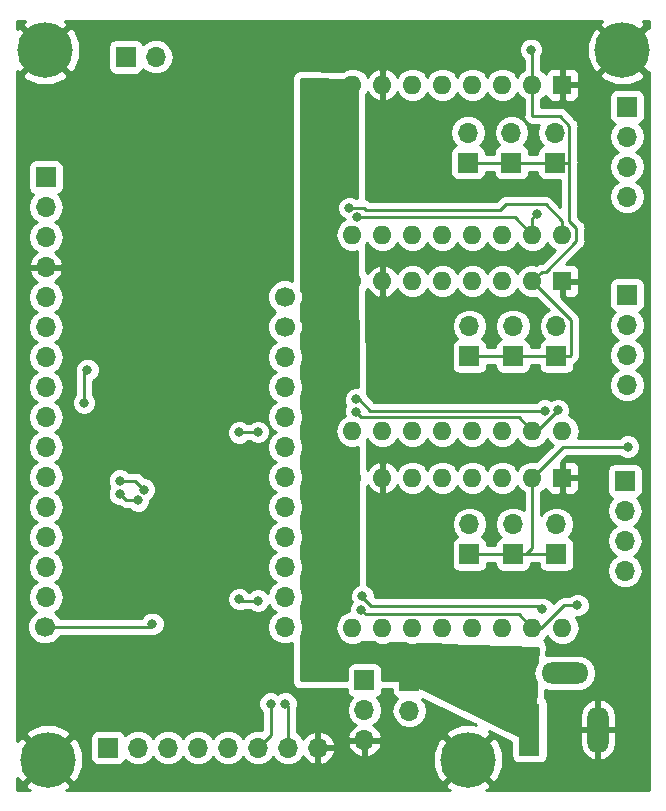
<source format=gbl>
G04 #@! TF.GenerationSoftware,KiCad,Pcbnew,(5.0.2)-1*
G04 #@! TF.CreationDate,2020-07-19T21:14:16-04:00*
G04 #@! TF.ProjectId,KiCad Schematic,4b694361-6420-4536-9368-656d61746963,rev?*
G04 #@! TF.SameCoordinates,Original*
G04 #@! TF.FileFunction,Copper,L2,Bot*
G04 #@! TF.FilePolarity,Positive*
%FSLAX46Y46*%
G04 Gerber Fmt 4.6, Leading zero omitted, Abs format (unit mm)*
G04 Created by KiCad (PCBNEW (5.0.2)-1) date 7/19/2020 9:14:16 PM*
%MOMM*%
%LPD*%
G01*
G04 APERTURE LIST*
G04 #@! TA.AperFunction,ComponentPad*
%ADD10C,1.700000*%
G04 #@! TD*
G04 #@! TA.AperFunction,ComponentPad*
%ADD11O,1.700000X1.700000*%
G04 #@! TD*
G04 #@! TA.AperFunction,ComponentPad*
%ADD12R,1.700000X1.700000*%
G04 #@! TD*
G04 #@! TA.AperFunction,ComponentPad*
%ADD13R,1.600000X1.600000*%
G04 #@! TD*
G04 #@! TA.AperFunction,ComponentPad*
%ADD14O,1.600000X1.600000*%
G04 #@! TD*
G04 #@! TA.AperFunction,ComponentPad*
%ADD15O,4.000000X1.800000*%
G04 #@! TD*
G04 #@! TA.AperFunction,ComponentPad*
%ADD16O,1.800000X4.000000*%
G04 #@! TD*
G04 #@! TA.AperFunction,ComponentPad*
%ADD17R,1.800000X4.400000*%
G04 #@! TD*
G04 #@! TA.AperFunction,ComponentPad*
%ADD18C,4.700000*%
G04 #@! TD*
G04 #@! TA.AperFunction,ViaPad*
%ADD19C,0.800000*%
G04 #@! TD*
G04 #@! TA.AperFunction,Conductor*
%ADD20C,0.250000*%
G04 #@! TD*
G04 #@! TA.AperFunction,Conductor*
%ADD21C,0.500000*%
G04 #@! TD*
G04 #@! TA.AperFunction,Conductor*
%ADD22C,0.254000*%
G04 #@! TD*
G04 APERTURE END LIST*
D10*
G04 #@! TO.P,U1,27*
G04 #@! TO.N,Net-(U1-Pad27)*
X37338000Y-98754001D03*
D11*
G04 #@! TO.P,U1,26*
G04 #@! TO.N,+5V*
X37338000Y-101294001D03*
G04 #@! TO.P,U1,25*
G04 #@! TO.N,Net-(U1-Pad25)*
X37338000Y-103834001D03*
G04 #@! TO.P,U1,24*
G04 #@! TO.N,/S0_DIR*
X37338000Y-106374001D03*
G04 #@! TO.P,U1,23*
G04 #@! TO.N,/S0_STEP*
X37338000Y-108914001D03*
G04 #@! TO.P,U1,22*
G04 #@! TO.N,/S1_DIR*
X37338000Y-111454001D03*
G04 #@! TO.P,U1,21*
G04 #@! TO.N,/S1_STEP*
X37338000Y-113994001D03*
G04 #@! TO.P,U1,20*
G04 #@! TO.N,/S2_DIR*
X37338000Y-116534001D03*
G04 #@! TO.P,U1,19*
G04 #@! TO.N,/S2_STEP*
X37338000Y-119074001D03*
G04 #@! TO.P,U1,18*
G04 #@! TO.N,/SCL*
X37338000Y-121614001D03*
G04 #@! TO.P,U1,17*
G04 #@! TO.N,/SDA*
X37338000Y-124154001D03*
G04 #@! TO.P,U1,5*
G04 #@! TO.N,/A0*
X17094000Y-96224001D03*
D12*
G04 #@! TO.P,U1,1*
G04 #@! TO.N,Net-(U1-Pad1)*
X17094000Y-86064001D03*
D11*
G04 #@! TO.P,U1,6*
G04 #@! TO.N,/S0_EN*
X17094000Y-98764001D03*
G04 #@! TO.P,U1,2*
G04 #@! TO.N,+3V3*
X17094000Y-88604001D03*
G04 #@! TO.P,U1,9*
G04 #@! TO.N,/MOT_SENSE*
X17094000Y-106384001D03*
G04 #@! TO.P,U1,15*
G04 #@! TO.N,/TX*
X17094000Y-121624001D03*
G04 #@! TO.P,U1,14*
G04 #@! TO.N,/RX*
X17094000Y-119084001D03*
G04 #@! TO.P,U1,11*
G04 #@! TO.N,Net-(U1-Pad11)*
X17094000Y-111464001D03*
G04 #@! TO.P,U1,4*
G04 #@! TO.N,GND*
X17094000Y-93684001D03*
G04 #@! TO.P,U1,13*
G04 #@! TO.N,/MI*
X17094000Y-116544001D03*
G04 #@! TO.P,U1,12*
G04 #@! TO.N,/MO*
X17094000Y-114004001D03*
G04 #@! TO.P,U1,3*
G04 #@! TO.N,Net-(U1-Pad3)*
X17094000Y-91144001D03*
G04 #@! TO.P,U1,7*
G04 #@! TO.N,/S1_EN*
X17094000Y-101304001D03*
G04 #@! TO.P,U1,8*
G04 #@! TO.N,/S2_EN*
X17094000Y-103844001D03*
G04 #@! TO.P,U1,10*
G04 #@! TO.N,/MOT_POWER*
X17094000Y-108924001D03*
D10*
G04 #@! TO.P,U1,28*
G04 #@! TO.N,Net-(U1-Pad28)*
X37338000Y-96214001D03*
G04 #@! TO.P,U1,16*
G04 #@! TO.N,/SERVO*
X17018000Y-124154001D03*
G04 #@! TD*
D12*
G04 #@! TO.P,J21,1*
G04 #@! TO.N,+12V*
X23864000Y-75886000D03*
D11*
G04 #@! TO.P,J21,2*
G04 #@! TO.N,Net-(J21-Pad2)*
X26404000Y-75886000D03*
G04 #@! TD*
D13*
G04 #@! TO.P,A3,1*
G04 #@! TO.N,GND*
X60833000Y-111506000D03*
D14*
G04 #@! TO.P,A3,9*
G04 #@! TO.N,/S2_EN*
X43053000Y-124206000D03*
G04 #@! TO.P,A3,2*
G04 #@! TO.N,+3V3*
X58293000Y-111506000D03*
G04 #@! TO.P,A3,10*
G04 #@! TO.N,/S2_MS1*
X45593000Y-124206000D03*
G04 #@! TO.P,A3,3*
G04 #@! TO.N,/S2_1B*
X55753000Y-111506000D03*
G04 #@! TO.P,A3,11*
G04 #@! TO.N,/S2_MS2*
X48133000Y-124206000D03*
G04 #@! TO.P,A3,4*
G04 #@! TO.N,/S2_1A*
X53213000Y-111506000D03*
G04 #@! TO.P,A3,12*
G04 #@! TO.N,/S2_MS3*
X50673000Y-124206000D03*
G04 #@! TO.P,A3,5*
G04 #@! TO.N,/S2_2A*
X50673000Y-111506000D03*
G04 #@! TO.P,A3,13*
G04 #@! TO.N,Net-(A3-Pad13)*
X53213000Y-124206000D03*
G04 #@! TO.P,A3,6*
G04 #@! TO.N,/S2_2B*
X48133000Y-111506000D03*
G04 #@! TO.P,A3,14*
G04 #@! TO.N,Net-(A3-Pad13)*
X55753000Y-124206000D03*
G04 #@! TO.P,A3,7*
G04 #@! TO.N,GND*
X45593000Y-111506000D03*
G04 #@! TO.P,A3,15*
G04 #@! TO.N,/S2_STEP*
X58293000Y-124206000D03*
G04 #@! TO.P,A3,8*
G04 #@! TO.N,+12V*
X43053000Y-111506000D03*
G04 #@! TO.P,A3,16*
G04 #@! TO.N,/S2_DIR*
X60833000Y-124206000D03*
G04 #@! TD*
D12*
G04 #@! TO.P,J16,1*
G04 #@! TO.N,/TX*
X22352000Y-134366000D03*
D11*
G04 #@! TO.P,J16,2*
G04 #@! TO.N,/RX*
X24892000Y-134366000D03*
G04 #@! TO.P,J16,3*
G04 #@! TO.N,/MI*
X27432000Y-134366000D03*
G04 #@! TO.P,J16,4*
G04 #@! TO.N,/MO*
X29972000Y-134366000D03*
G04 #@! TO.P,J16,5*
G04 #@! TO.N,/A0*
X32512000Y-134366000D03*
G04 #@! TO.P,J16,6*
G04 #@! TO.N,/SCL*
X35052000Y-134366000D03*
G04 #@! TO.P,J16,7*
G04 #@! TO.N,/SDA*
X37592000Y-134366000D03*
G04 #@! TO.P,J16,8*
G04 #@! TO.N,GND*
X40132000Y-134366000D03*
G04 #@! TD*
D12*
G04 #@! TO.P,J15,1*
G04 #@! TO.N,+5V*
X44069000Y-128651000D03*
D11*
G04 #@! TO.P,J15,2*
G04 #@! TO.N,/SERVO*
X44069000Y-131191000D03*
G04 #@! TO.P,J15,3*
G04 #@! TO.N,GND*
X44069000Y-133731000D03*
G04 #@! TD*
D12*
G04 #@! TO.P,J9,1*
G04 #@! TO.N,+3V3*
X60325000Y-117983000D03*
D11*
G04 #@! TO.P,J9,2*
G04 #@! TO.N,/S2_MS3*
X60325000Y-115443000D03*
G04 #@! TD*
G04 #@! TO.P,J1,2*
G04 #@! TO.N,/S2_MS1*
X52959000Y-115443000D03*
D12*
G04 #@! TO.P,J1,1*
G04 #@! TO.N,+3V3*
X52959000Y-117983000D03*
G04 #@! TD*
G04 #@! TO.P,J8,1*
G04 #@! TO.N,+3V3*
X56642000Y-117983000D03*
D11*
G04 #@! TO.P,J8,2*
G04 #@! TO.N,/S2_MS2*
X56642000Y-115443000D03*
G04 #@! TD*
D12*
G04 #@! TO.P,J2,1*
G04 #@! TO.N,+3V3*
X52959000Y-101219000D03*
D11*
G04 #@! TO.P,J2,2*
G04 #@! TO.N,/S1_MS1*
X52959000Y-98679000D03*
G04 #@! TD*
G04 #@! TO.P,J4,2*
G04 #@! TO.N,/S1_MS3*
X60325000Y-98679000D03*
D12*
G04 #@! TO.P,J4,1*
G04 #@! TO.N,+3V3*
X60325000Y-101219000D03*
G04 #@! TD*
G04 #@! TO.P,J3,1*
G04 #@! TO.N,+3V3*
X56642000Y-101219000D03*
D11*
G04 #@! TO.P,J3,2*
G04 #@! TO.N,/S1_MS2*
X56642000Y-98679000D03*
G04 #@! TD*
D15*
G04 #@! TO.P,J13,3*
G04 #@! TO.N,N/C*
X61039000Y-128042000D03*
D16*
G04 #@! TO.P,J13,2*
G04 #@! TO.N,GND*
X63839000Y-132842000D03*
D17*
G04 #@! TO.P,J13,1*
G04 #@! TO.N,+12V*
X58039000Y-132842000D03*
G04 #@! TD*
D12*
G04 #@! TO.P,J14,1*
G04 #@! TO.N,+12V*
X47861288Y-128688889D03*
D11*
G04 #@! TO.P,J14,2*
G04 #@! TO.N,/DCM_OUT*
X47861288Y-131228889D03*
G04 #@! TD*
D12*
G04 #@! TO.P,J5,1*
G04 #@! TO.N,+3V3*
X60198000Y-84836000D03*
D11*
G04 #@! TO.P,J5,2*
G04 #@! TO.N,/S0_MS3*
X60198000Y-82296000D03*
G04 #@! TD*
G04 #@! TO.P,J6,2*
G04 #@! TO.N,/S0_MS1*
X52832000Y-82296000D03*
D12*
G04 #@! TO.P,J6,1*
G04 #@! TO.N,+3V3*
X52832000Y-84836000D03*
G04 #@! TD*
G04 #@! TO.P,J7,1*
G04 #@! TO.N,+3V3*
X56515000Y-84836000D03*
D11*
G04 #@! TO.P,J7,2*
G04 #@! TO.N,/S0_MS2*
X56515000Y-82296000D03*
G04 #@! TD*
D12*
G04 #@! TO.P,J11,1*
G04 #@! TO.N,/S1_1A*
X66294000Y-96020000D03*
D11*
G04 #@! TO.P,J11,2*
G04 #@! TO.N,/S1_2A*
X66294000Y-98560000D03*
G04 #@! TO.P,J11,3*
G04 #@! TO.N,/S1_1B*
X66294000Y-101100000D03*
G04 #@! TO.P,J11,4*
G04 #@! TO.N,/S1_2B*
X66294000Y-103640000D03*
G04 #@! TD*
G04 #@! TO.P,J12,4*
G04 #@! TO.N,/S2_2B*
X66114000Y-119386000D03*
G04 #@! TO.P,J12,3*
G04 #@! TO.N,/S2_1B*
X66114000Y-116846000D03*
G04 #@! TO.P,J12,2*
G04 #@! TO.N,/S2_2A*
X66114000Y-114306000D03*
D12*
G04 #@! TO.P,J12,1*
G04 #@! TO.N,/S2_1A*
X66114000Y-111766000D03*
G04 #@! TD*
G04 #@! TO.P,J10,1*
G04 #@! TO.N,/S0_1A*
X66294000Y-80096000D03*
D11*
G04 #@! TO.P,J10,2*
G04 #@! TO.N,/S0_2A*
X66294000Y-82636000D03*
G04 #@! TO.P,J10,3*
G04 #@! TO.N,/S0_1B*
X66294000Y-85176000D03*
G04 #@! TO.P,J10,4*
G04 #@! TO.N,/S0_2B*
X66294000Y-87716000D03*
G04 #@! TD*
D14*
G04 #@! TO.P,A2,16*
G04 #@! TO.N,/S1_DIR*
X60833000Y-107569000D03*
G04 #@! TO.P,A2,8*
G04 #@! TO.N,+12V*
X43053000Y-94869000D03*
G04 #@! TO.P,A2,15*
G04 #@! TO.N,/S1_STEP*
X58293000Y-107569000D03*
G04 #@! TO.P,A2,7*
G04 #@! TO.N,GND*
X45593000Y-94869000D03*
G04 #@! TO.P,A2,14*
G04 #@! TO.N,Net-(A2-Pad13)*
X55753000Y-107569000D03*
G04 #@! TO.P,A2,6*
G04 #@! TO.N,/S1_2B*
X48133000Y-94869000D03*
G04 #@! TO.P,A2,13*
G04 #@! TO.N,Net-(A2-Pad13)*
X53213000Y-107569000D03*
G04 #@! TO.P,A2,5*
G04 #@! TO.N,/S1_2A*
X50673000Y-94869000D03*
G04 #@! TO.P,A2,12*
G04 #@! TO.N,/S1_MS3*
X50673000Y-107569000D03*
G04 #@! TO.P,A2,4*
G04 #@! TO.N,/S1_1A*
X53213000Y-94869000D03*
G04 #@! TO.P,A2,11*
G04 #@! TO.N,/S1_MS2*
X48133000Y-107569000D03*
G04 #@! TO.P,A2,3*
G04 #@! TO.N,/S1_1B*
X55753000Y-94869000D03*
G04 #@! TO.P,A2,10*
G04 #@! TO.N,/S1_MS1*
X45593000Y-107569000D03*
G04 #@! TO.P,A2,2*
G04 #@! TO.N,+3V3*
X58293000Y-94869000D03*
G04 #@! TO.P,A2,9*
G04 #@! TO.N,/S1_EN*
X43053000Y-107569000D03*
D13*
G04 #@! TO.P,A2,1*
G04 #@! TO.N,GND*
X60833000Y-94869000D03*
G04 #@! TD*
D18*
G04 #@! TO.P,J17,1*
G04 #@! TO.N,GND*
X17018000Y-75311000D03*
G04 #@! TD*
G04 #@! TO.P,J18,1*
G04 #@! TO.N,GND*
X52832000Y-135382000D03*
G04 #@! TD*
G04 #@! TO.P,J19,1*
G04 #@! TO.N,GND*
X17272000Y-135382000D03*
G04 #@! TD*
G04 #@! TO.P,J20,1*
G04 #@! TO.N,GND*
X65913000Y-75311000D03*
G04 #@! TD*
D13*
G04 #@! TO.P,A1,1*
G04 #@! TO.N,GND*
X60833000Y-78232000D03*
D14*
G04 #@! TO.P,A1,9*
G04 #@! TO.N,/S0_EN*
X43053000Y-90932000D03*
G04 #@! TO.P,A1,2*
G04 #@! TO.N,+3V3*
X58293000Y-78232000D03*
G04 #@! TO.P,A1,10*
G04 #@! TO.N,/S0_MS1*
X45593000Y-90932000D03*
G04 #@! TO.P,A1,3*
G04 #@! TO.N,/S0_1B*
X55753000Y-78232000D03*
G04 #@! TO.P,A1,11*
G04 #@! TO.N,/S0_MS2*
X48133000Y-90932000D03*
G04 #@! TO.P,A1,4*
G04 #@! TO.N,/S0_1A*
X53213000Y-78232000D03*
G04 #@! TO.P,A1,12*
G04 #@! TO.N,/S0_MS3*
X50673000Y-90932000D03*
G04 #@! TO.P,A1,5*
G04 #@! TO.N,/S0_2A*
X50673000Y-78232000D03*
G04 #@! TO.P,A1,13*
G04 #@! TO.N,Net-(A1-Pad13)*
X53213000Y-90932000D03*
G04 #@! TO.P,A1,6*
G04 #@! TO.N,/S0_2B*
X48133000Y-78232000D03*
G04 #@! TO.P,A1,14*
G04 #@! TO.N,Net-(A1-Pad13)*
X55753000Y-90932000D03*
G04 #@! TO.P,A1,7*
G04 #@! TO.N,GND*
X45593000Y-78232000D03*
G04 #@! TO.P,A1,15*
G04 #@! TO.N,/S0_STEP*
X58293000Y-90932000D03*
G04 #@! TO.P,A1,8*
G04 #@! TO.N,+12V*
X43053000Y-78232000D03*
G04 #@! TO.P,A1,16*
G04 #@! TO.N,/S0_DIR*
X60833000Y-90932000D03*
G04 #@! TD*
D19*
G04 #@! TO.N,GND*
X36068000Y-77978000D03*
X54673500Y-87757000D03*
X54864000Y-104267000D03*
X47614000Y-103886000D03*
X63364000Y-104886000D03*
X54864000Y-120904000D03*
X47364000Y-120136000D03*
X30364000Y-84886000D03*
X63114000Y-88386000D03*
X63114000Y-121386000D03*
X47189000Y-87286000D03*
G04 #@! TO.N,+3V3*
X58166000Y-75281978D03*
X66363986Y-108886000D03*
G04 #@! TO.N,/S0_STEP*
X58674000Y-89154000D03*
X43464000Y-89486000D03*
G04 #@! TO.N,/S1_STEP*
X60452000Y-105791000D03*
X43364000Y-105936013D03*
G04 #@! TO.N,/S2_STEP*
X62103000Y-122301000D03*
X43815985Y-122684015D03*
G04 #@! TO.N,/S0_DIR*
X42797827Y-88674373D03*
G04 #@! TO.N,/S1_DIR*
X59312492Y-105834492D03*
X43364000Y-104885992D03*
G04 #@! TO.N,/S2_DIR*
X43887007Y-121562990D03*
X59114000Y-122636000D03*
G04 #@! TO.N,+12V*
X39114000Y-79110990D03*
G04 #@! TO.N,/S1_EN*
X35055010Y-107636000D03*
X33464000Y-107686000D03*
G04 #@! TO.N,/S2_EN*
X35052000Y-121920000D03*
X33464000Y-121786000D03*
G04 #@! TO.N,/MOT_POWER*
X24904999Y-113445305D03*
X23354999Y-112886000D03*
G04 #@! TO.N,/MOT_SENSE*
X23354999Y-111760000D03*
X25405010Y-112522000D03*
G04 #@! TO.N,/SERVO*
X26114000Y-123886000D03*
G04 #@! TO.N,/SCL*
X36114000Y-130636000D03*
G04 #@! TO.N,/SDA*
X37364000Y-130636000D03*
G04 #@! TO.N,/A0*
X20614000Y-102386000D03*
X20320000Y-105169000D03*
G04 #@! TD*
D20*
G04 #@! TO.N,+3V3*
X58420000Y-94996000D02*
X58293000Y-94869000D01*
X59092999Y-95668999D02*
X58293000Y-94869000D01*
X61550001Y-98126001D02*
X59092999Y-95668999D01*
X56388000Y-84836000D02*
X56515000Y-84836000D01*
X59092999Y-94069001D02*
X58293000Y-94869000D01*
X59435001Y-94069001D02*
X59092999Y-94069001D01*
X62008001Y-91496001D02*
X59435001Y-94069001D01*
X62008001Y-90367999D02*
X62008001Y-91496001D01*
X61423001Y-89782999D02*
X62008001Y-90367999D01*
X61359501Y-84836000D02*
X60198000Y-84836000D01*
X61423001Y-84772500D02*
X61359501Y-84836000D01*
X61423001Y-84772500D02*
X61423001Y-89782999D01*
X57615000Y-84836000D02*
X60198000Y-84836000D01*
X56515000Y-84836000D02*
X57615000Y-84836000D01*
X53932000Y-84836000D02*
X56515000Y-84836000D01*
X52832000Y-84836000D02*
X53932000Y-84836000D01*
X61423001Y-81707999D02*
X61423001Y-84772500D01*
X60601002Y-80886000D02*
X61423001Y-81707999D01*
X58293000Y-78232000D02*
X58293000Y-80886000D01*
X58293000Y-80886000D02*
X60601002Y-80886000D01*
X61467001Y-101219000D02*
X60325000Y-101219000D01*
X61550001Y-101136000D02*
X61467001Y-101219000D01*
X61550001Y-101136000D02*
X61550001Y-98126001D01*
X60325000Y-101219000D02*
X56642000Y-101219000D01*
X56642000Y-101219000D02*
X52959000Y-101219000D01*
X57742000Y-117983000D02*
X56642000Y-117983000D01*
X58293000Y-117432000D02*
X57742000Y-117983000D01*
X58293000Y-111506000D02*
X58293000Y-117432000D01*
X56642000Y-117983000D02*
X60325000Y-117983000D01*
X55542000Y-117983000D02*
X52959000Y-117983000D01*
X56642000Y-117983000D02*
X55542000Y-117983000D01*
X58293000Y-78232000D02*
X58293000Y-75408978D01*
X58293000Y-75408978D02*
X58166000Y-75281978D01*
X65798301Y-108886000D02*
X66363986Y-108886000D01*
X60913000Y-108886000D02*
X65798301Y-108886000D01*
X58293000Y-111506000D02*
X60913000Y-108886000D01*
G04 #@! TO.N,/S0_STEP*
X58293000Y-90932000D02*
X58293000Y-89535000D01*
X58293000Y-89535000D02*
X58674000Y-89154000D01*
X56847000Y-89486000D02*
X44029685Y-89486000D01*
X44029685Y-89486000D02*
X43464000Y-89486000D01*
X58293000Y-90932000D02*
X56847000Y-89486000D01*
G04 #@! TO.N,/S1_STEP*
X58674000Y-107569000D02*
X58293000Y-107569000D01*
X60452000Y-105791000D02*
X58674000Y-107569000D01*
X57110000Y-106386000D02*
X43813987Y-106386000D01*
X58293000Y-107569000D02*
X57110000Y-106386000D01*
X43813987Y-106386000D02*
X43763999Y-106336012D01*
X43763999Y-106336012D02*
X43364000Y-105936013D01*
G04 #@! TO.N,/S2_STEP*
X59044000Y-124206000D02*
X58293000Y-124206000D01*
X62103000Y-122301000D02*
X60949000Y-122301000D01*
X60949000Y-122301000D02*
X59044000Y-124206000D01*
X57117999Y-123030999D02*
X44162969Y-123030999D01*
X44162969Y-123030999D02*
X43815985Y-122684015D01*
X58293000Y-124206000D02*
X57117999Y-123030999D01*
G04 #@! TO.N,/S0_DIR*
X59411369Y-88378999D02*
X56020001Y-88378999D01*
X60833000Y-89800630D02*
X59411369Y-88378999D01*
X60833000Y-90932000D02*
X60833000Y-89800630D01*
X44211002Y-88885998D02*
X43999377Y-88674373D01*
X43363512Y-88674373D02*
X42797827Y-88674373D01*
X43999377Y-88674373D02*
X43363512Y-88674373D01*
X56020001Y-88378999D02*
X55513002Y-88885998D01*
X55513002Y-88885998D02*
X44211002Y-88885998D01*
G04 #@! TO.N,/S1_DIR*
X59312492Y-105834492D02*
X44562482Y-105834492D01*
X43613982Y-104885992D02*
X43364000Y-104885992D01*
X44562482Y-105834492D02*
X43613982Y-104885992D01*
G04 #@! TO.N,/S2_DIR*
X43887007Y-121659007D02*
X43887007Y-121562990D01*
X44614000Y-122386000D02*
X43887007Y-121659007D01*
X59114000Y-122636000D02*
X58864000Y-122386000D01*
X58864000Y-122386000D02*
X44614000Y-122386000D01*
D21*
G04 #@! TO.N,+12V*
X39679685Y-79110990D02*
X39114000Y-79110990D01*
D20*
G04 #@! TO.N,/S0_MS3*
X50673000Y-90932000D02*
X50999122Y-90932000D01*
G04 #@! TO.N,/S2_MS3*
X50673000Y-124206000D02*
X50673000Y-123571000D01*
G04 #@! TO.N,/S0_MS2*
X48598000Y-90932000D02*
X48133000Y-90932000D01*
G04 #@! TO.N,/S0_MS1*
X45593000Y-90932000D02*
X45974000Y-90932000D01*
G04 #@! TO.N,/S1_EN*
X33514000Y-107636000D02*
X33464000Y-107686000D01*
X35055010Y-107636000D02*
X33514000Y-107636000D01*
G04 #@! TO.N,/S2_EN*
X33598000Y-121920000D02*
X33464000Y-121786000D01*
X35052000Y-121920000D02*
X33598000Y-121920000D01*
G04 #@! TO.N,/MOT_POWER*
X24904999Y-113445305D02*
X23914304Y-113445305D01*
X23914304Y-113445305D02*
X23354999Y-112886000D01*
G04 #@! TO.N,/MOT_SENSE*
X23354999Y-111760000D02*
X24643010Y-111760000D01*
X24643010Y-111760000D02*
X25405010Y-112522000D01*
G04 #@! TO.N,/SERVO*
X25845999Y-124154001D02*
X26114000Y-123886000D01*
X17018000Y-124154001D02*
X25845999Y-124154001D01*
G04 #@! TO.N,/SCL*
X36114000Y-131201685D02*
X36114000Y-130636000D01*
X35052000Y-134366000D02*
X36114000Y-133304000D01*
X36114000Y-133304000D02*
X36114000Y-131201685D01*
G04 #@! TO.N,/SDA*
X37592000Y-130864000D02*
X37364000Y-130636000D01*
X37592000Y-134366000D02*
X37592000Y-130864000D01*
G04 #@! TO.N,/A0*
X20320000Y-105169000D02*
X20320000Y-102680000D01*
X20320000Y-102680000D02*
X20614000Y-102386000D01*
G04 #@! TD*
D22*
G04 #@! TO.N,+12V*
G36*
X43437265Y-77812526D02*
X43458397Y-87871232D01*
X43384107Y-87796942D01*
X43003701Y-87639373D01*
X42591953Y-87639373D01*
X42211547Y-87796942D01*
X41920396Y-88088093D01*
X41762827Y-88468499D01*
X41762827Y-88880247D01*
X41920396Y-89260653D01*
X42211547Y-89551804D01*
X42411639Y-89634685D01*
X42018423Y-89897423D01*
X41701260Y-90372091D01*
X41589887Y-90932000D01*
X41701260Y-91491909D01*
X42018423Y-91966577D01*
X42493091Y-92283740D01*
X42911667Y-92367000D01*
X43194333Y-92367000D01*
X43467727Y-92312618D01*
X43491968Y-103850992D01*
X43158126Y-103850992D01*
X42777720Y-104008561D01*
X42486569Y-104299712D01*
X42329000Y-104680118D01*
X42329000Y-105091866D01*
X42461190Y-105411003D01*
X42329000Y-105730139D01*
X42329000Y-106141887D01*
X42389023Y-106286796D01*
X42018423Y-106534423D01*
X41701260Y-107009091D01*
X41589887Y-107569000D01*
X41701260Y-108128909D01*
X42018423Y-108603577D01*
X42493091Y-108920740D01*
X42911667Y-109004000D01*
X43194333Y-109004000D01*
X43502665Y-108942669D01*
X43527138Y-120591777D01*
X43300727Y-120685559D01*
X43009576Y-120976710D01*
X42852007Y-121357116D01*
X42852007Y-121768864D01*
X42973680Y-122062609D01*
X42938554Y-122097735D01*
X42780985Y-122478141D01*
X42780985Y-122796994D01*
X42493091Y-122854260D01*
X42018423Y-123171423D01*
X41701260Y-123646091D01*
X41589887Y-124206000D01*
X41701260Y-124765909D01*
X42018423Y-125240577D01*
X42493091Y-125557740D01*
X42911667Y-125641000D01*
X43194333Y-125641000D01*
X43612909Y-125557740D01*
X43821664Y-125418255D01*
X44876254Y-125452945D01*
X45033091Y-125557740D01*
X45451667Y-125641000D01*
X45734333Y-125641000D01*
X46152909Y-125557740D01*
X46242485Y-125497887D01*
X47547775Y-125540824D01*
X47573091Y-125557740D01*
X47991667Y-125641000D01*
X48274333Y-125641000D01*
X48603382Y-125575548D01*
X50519491Y-125638578D01*
X50531667Y-125641000D01*
X50593120Y-125641000D01*
X58732535Y-125908744D01*
X58688166Y-127151079D01*
X58493062Y-127443073D01*
X58373928Y-128042000D01*
X58493062Y-128640927D01*
X58627758Y-128842513D01*
X58444047Y-133986413D01*
X47519558Y-128671797D01*
X47464000Y-128659000D01*
X45566440Y-128659000D01*
X45566440Y-127801000D01*
X45517157Y-127553235D01*
X45376809Y-127343191D01*
X45166765Y-127202843D01*
X44919000Y-127153560D01*
X43219000Y-127153560D01*
X42971235Y-127202843D01*
X42761191Y-127343191D01*
X42620843Y-127553235D01*
X42571560Y-127801000D01*
X42571560Y-128659000D01*
X38691000Y-128659000D01*
X38691000Y-124802022D01*
X38736839Y-124733419D01*
X38852092Y-124154001D01*
X38736839Y-123574583D01*
X38691000Y-123505980D01*
X38691000Y-122262022D01*
X38736839Y-122193419D01*
X38852092Y-121614001D01*
X38736839Y-121034583D01*
X38691000Y-120965980D01*
X38691000Y-119722022D01*
X38736839Y-119653419D01*
X38852092Y-119074001D01*
X38736839Y-118494583D01*
X38691000Y-118425980D01*
X38691000Y-117182022D01*
X38736839Y-117113419D01*
X38852092Y-116534001D01*
X38736839Y-115954583D01*
X38691000Y-115885980D01*
X38691000Y-114642022D01*
X38736839Y-114573419D01*
X38852092Y-113994001D01*
X38736839Y-113414583D01*
X38691000Y-113345980D01*
X38691000Y-112102022D01*
X38736839Y-112033419D01*
X38852092Y-111454001D01*
X38736839Y-110874583D01*
X38691000Y-110805980D01*
X38691000Y-109562022D01*
X38736839Y-109493419D01*
X38852092Y-108914001D01*
X38736839Y-108334583D01*
X38691000Y-108265980D01*
X38691000Y-107022022D01*
X38736839Y-106953419D01*
X38852092Y-106374001D01*
X38736839Y-105794583D01*
X38691000Y-105725980D01*
X38691000Y-104482022D01*
X38736839Y-104413419D01*
X38852092Y-103834001D01*
X38736839Y-103254583D01*
X38691000Y-103185980D01*
X38691000Y-101942022D01*
X38736839Y-101873419D01*
X38852092Y-101294001D01*
X38736839Y-100714583D01*
X38691000Y-100645980D01*
X38691000Y-99368062D01*
X38823000Y-99049386D01*
X38823000Y-98458616D01*
X38691000Y-98139940D01*
X38691000Y-96828062D01*
X38823000Y-96509386D01*
X38823000Y-95918616D01*
X38691000Y-95599940D01*
X38691000Y-77794727D01*
X43437265Y-77812526D01*
X43437265Y-77812526D01*
G37*
X43437265Y-77812526D02*
X43458397Y-87871232D01*
X43384107Y-87796942D01*
X43003701Y-87639373D01*
X42591953Y-87639373D01*
X42211547Y-87796942D01*
X41920396Y-88088093D01*
X41762827Y-88468499D01*
X41762827Y-88880247D01*
X41920396Y-89260653D01*
X42211547Y-89551804D01*
X42411639Y-89634685D01*
X42018423Y-89897423D01*
X41701260Y-90372091D01*
X41589887Y-90932000D01*
X41701260Y-91491909D01*
X42018423Y-91966577D01*
X42493091Y-92283740D01*
X42911667Y-92367000D01*
X43194333Y-92367000D01*
X43467727Y-92312618D01*
X43491968Y-103850992D01*
X43158126Y-103850992D01*
X42777720Y-104008561D01*
X42486569Y-104299712D01*
X42329000Y-104680118D01*
X42329000Y-105091866D01*
X42461190Y-105411003D01*
X42329000Y-105730139D01*
X42329000Y-106141887D01*
X42389023Y-106286796D01*
X42018423Y-106534423D01*
X41701260Y-107009091D01*
X41589887Y-107569000D01*
X41701260Y-108128909D01*
X42018423Y-108603577D01*
X42493091Y-108920740D01*
X42911667Y-109004000D01*
X43194333Y-109004000D01*
X43502665Y-108942669D01*
X43527138Y-120591777D01*
X43300727Y-120685559D01*
X43009576Y-120976710D01*
X42852007Y-121357116D01*
X42852007Y-121768864D01*
X42973680Y-122062609D01*
X42938554Y-122097735D01*
X42780985Y-122478141D01*
X42780985Y-122796994D01*
X42493091Y-122854260D01*
X42018423Y-123171423D01*
X41701260Y-123646091D01*
X41589887Y-124206000D01*
X41701260Y-124765909D01*
X42018423Y-125240577D01*
X42493091Y-125557740D01*
X42911667Y-125641000D01*
X43194333Y-125641000D01*
X43612909Y-125557740D01*
X43821664Y-125418255D01*
X44876254Y-125452945D01*
X45033091Y-125557740D01*
X45451667Y-125641000D01*
X45734333Y-125641000D01*
X46152909Y-125557740D01*
X46242485Y-125497887D01*
X47547775Y-125540824D01*
X47573091Y-125557740D01*
X47991667Y-125641000D01*
X48274333Y-125641000D01*
X48603382Y-125575548D01*
X50519491Y-125638578D01*
X50531667Y-125641000D01*
X50593120Y-125641000D01*
X58732535Y-125908744D01*
X58688166Y-127151079D01*
X58493062Y-127443073D01*
X58373928Y-128042000D01*
X58493062Y-128640927D01*
X58627758Y-128842513D01*
X58444047Y-133986413D01*
X47519558Y-128671797D01*
X47464000Y-128659000D01*
X45566440Y-128659000D01*
X45566440Y-127801000D01*
X45517157Y-127553235D01*
X45376809Y-127343191D01*
X45166765Y-127202843D01*
X44919000Y-127153560D01*
X43219000Y-127153560D01*
X42971235Y-127202843D01*
X42761191Y-127343191D01*
X42620843Y-127553235D01*
X42571560Y-127801000D01*
X42571560Y-128659000D01*
X38691000Y-128659000D01*
X38691000Y-124802022D01*
X38736839Y-124733419D01*
X38852092Y-124154001D01*
X38736839Y-123574583D01*
X38691000Y-123505980D01*
X38691000Y-122262022D01*
X38736839Y-122193419D01*
X38852092Y-121614001D01*
X38736839Y-121034583D01*
X38691000Y-120965980D01*
X38691000Y-119722022D01*
X38736839Y-119653419D01*
X38852092Y-119074001D01*
X38736839Y-118494583D01*
X38691000Y-118425980D01*
X38691000Y-117182022D01*
X38736839Y-117113419D01*
X38852092Y-116534001D01*
X38736839Y-115954583D01*
X38691000Y-115885980D01*
X38691000Y-114642022D01*
X38736839Y-114573419D01*
X38852092Y-113994001D01*
X38736839Y-113414583D01*
X38691000Y-113345980D01*
X38691000Y-112102022D01*
X38736839Y-112033419D01*
X38852092Y-111454001D01*
X38736839Y-110874583D01*
X38691000Y-110805980D01*
X38691000Y-109562022D01*
X38736839Y-109493419D01*
X38852092Y-108914001D01*
X38736839Y-108334583D01*
X38691000Y-108265980D01*
X38691000Y-107022022D01*
X38736839Y-106953419D01*
X38852092Y-106374001D01*
X38736839Y-105794583D01*
X38691000Y-105725980D01*
X38691000Y-104482022D01*
X38736839Y-104413419D01*
X38852092Y-103834001D01*
X38736839Y-103254583D01*
X38691000Y-103185980D01*
X38691000Y-101942022D01*
X38736839Y-101873419D01*
X38852092Y-101294001D01*
X38736839Y-100714583D01*
X38691000Y-100645980D01*
X38691000Y-99368062D01*
X38823000Y-99049386D01*
X38823000Y-98458616D01*
X38691000Y-98139940D01*
X38691000Y-96828062D01*
X38823000Y-96509386D01*
X38823000Y-95918616D01*
X38691000Y-95599940D01*
X38691000Y-77794727D01*
X43437265Y-77812526D01*
G04 #@! TO.N,GND*
G36*
X15069968Y-73183363D02*
X17018000Y-75131395D01*
X18966032Y-73183363D01*
X18747731Y-72846000D01*
X64183269Y-72846000D01*
X63964968Y-73183363D01*
X65913000Y-75131395D01*
X67861032Y-73183363D01*
X67642731Y-72846000D01*
X68124000Y-72846000D01*
X68124000Y-73416911D01*
X68040637Y-73362968D01*
X66092605Y-75311000D01*
X68040637Y-77259032D01*
X68124000Y-77205089D01*
X68124001Y-137974000D01*
X54378349Y-137974000D01*
X54516609Y-137916731D01*
X54780032Y-137509637D01*
X52832000Y-135561605D01*
X50883968Y-137509637D01*
X51147391Y-137916731D01*
X51286623Y-137974000D01*
X18818349Y-137974000D01*
X18956609Y-137916731D01*
X19220032Y-137509637D01*
X17272000Y-135561605D01*
X15323968Y-137509637D01*
X15587391Y-137916731D01*
X15726623Y-137974000D01*
X14680000Y-137974000D01*
X14680000Y-136928349D01*
X14737269Y-137066609D01*
X15144363Y-137330032D01*
X17092395Y-135382000D01*
X17451605Y-135382000D01*
X19399637Y-137330032D01*
X19806731Y-137066609D01*
X20258458Y-135968376D01*
X20255524Y-134780873D01*
X19806731Y-133697391D01*
X19526410Y-133516000D01*
X20854560Y-133516000D01*
X20854560Y-135216000D01*
X20903843Y-135463765D01*
X21044191Y-135673809D01*
X21254235Y-135814157D01*
X21502000Y-135863440D01*
X23202000Y-135863440D01*
X23449765Y-135814157D01*
X23659809Y-135673809D01*
X23800157Y-135463765D01*
X23809184Y-135418381D01*
X23821375Y-135436625D01*
X24312582Y-135764839D01*
X24745744Y-135851000D01*
X25038256Y-135851000D01*
X25471418Y-135764839D01*
X25962625Y-135436625D01*
X26162000Y-135138239D01*
X26361375Y-135436625D01*
X26852582Y-135764839D01*
X27285744Y-135851000D01*
X27578256Y-135851000D01*
X28011418Y-135764839D01*
X28502625Y-135436625D01*
X28702000Y-135138239D01*
X28901375Y-135436625D01*
X29392582Y-135764839D01*
X29825744Y-135851000D01*
X30118256Y-135851000D01*
X30551418Y-135764839D01*
X31042625Y-135436625D01*
X31242000Y-135138239D01*
X31441375Y-135436625D01*
X31932582Y-135764839D01*
X32365744Y-135851000D01*
X32658256Y-135851000D01*
X33091418Y-135764839D01*
X33582625Y-135436625D01*
X33782000Y-135138239D01*
X33981375Y-135436625D01*
X34472582Y-135764839D01*
X34905744Y-135851000D01*
X35198256Y-135851000D01*
X35631418Y-135764839D01*
X36122625Y-135436625D01*
X36322000Y-135138239D01*
X36521375Y-135436625D01*
X37012582Y-135764839D01*
X37445744Y-135851000D01*
X37738256Y-135851000D01*
X38171418Y-135764839D01*
X38662625Y-135436625D01*
X38875843Y-135117522D01*
X38936817Y-135247358D01*
X39365076Y-135637645D01*
X39775110Y-135807476D01*
X40005000Y-135686155D01*
X40005000Y-134493000D01*
X40259000Y-134493000D01*
X40259000Y-135686155D01*
X40488890Y-135807476D01*
X40898924Y-135637645D01*
X41327183Y-135247358D01*
X41573486Y-134722892D01*
X41452819Y-134493000D01*
X40259000Y-134493000D01*
X40005000Y-134493000D01*
X39985000Y-134493000D01*
X39985000Y-134239000D01*
X40005000Y-134239000D01*
X40005000Y-133045845D01*
X40259000Y-133045845D01*
X40259000Y-134239000D01*
X41452819Y-134239000D01*
X41532134Y-134087890D01*
X42627524Y-134087890D01*
X42797355Y-134497924D01*
X43187642Y-134926183D01*
X43712108Y-135172486D01*
X43942000Y-135051819D01*
X43942000Y-133858000D01*
X44196000Y-133858000D01*
X44196000Y-135051819D01*
X44425892Y-135172486D01*
X44950358Y-134926183D01*
X45069340Y-134795624D01*
X49845542Y-134795624D01*
X49848476Y-135983127D01*
X50297269Y-137066609D01*
X50704363Y-137330032D01*
X52652395Y-135382000D01*
X53011605Y-135382000D01*
X54959637Y-137330032D01*
X55366731Y-137066609D01*
X55818458Y-135968376D01*
X55815524Y-134780873D01*
X55366731Y-133697391D01*
X54959637Y-133433968D01*
X53011605Y-135382000D01*
X52652395Y-135382000D01*
X50704363Y-133433968D01*
X50297269Y-133697391D01*
X49845542Y-134795624D01*
X45069340Y-134795624D01*
X45340645Y-134497924D01*
X45510476Y-134087890D01*
X45389155Y-133858000D01*
X44196000Y-133858000D01*
X43942000Y-133858000D01*
X42748845Y-133858000D01*
X42627524Y-134087890D01*
X41532134Y-134087890D01*
X41573486Y-134009108D01*
X41327183Y-133484642D01*
X40898924Y-133094355D01*
X40488890Y-132924524D01*
X40259000Y-133045845D01*
X40005000Y-133045845D01*
X39775110Y-132924524D01*
X39365076Y-133094355D01*
X38936817Y-133484642D01*
X38875843Y-133614478D01*
X38662625Y-133295375D01*
X38352000Y-133087822D01*
X38352000Y-130955342D01*
X38399000Y-130841874D01*
X38399000Y-130430126D01*
X38241431Y-130049720D01*
X37950280Y-129758569D01*
X37569874Y-129601000D01*
X37158126Y-129601000D01*
X36777720Y-129758569D01*
X36739000Y-129797289D01*
X36700280Y-129758569D01*
X36319874Y-129601000D01*
X35908126Y-129601000D01*
X35527720Y-129758569D01*
X35236569Y-130049720D01*
X35079000Y-130430126D01*
X35079000Y-130841874D01*
X35236569Y-131222280D01*
X35354001Y-131339712D01*
X35354000Y-132911979D01*
X35198256Y-132881000D01*
X34905744Y-132881000D01*
X34472582Y-132967161D01*
X33981375Y-133295375D01*
X33782000Y-133593761D01*
X33582625Y-133295375D01*
X33091418Y-132967161D01*
X32658256Y-132881000D01*
X32365744Y-132881000D01*
X31932582Y-132967161D01*
X31441375Y-133295375D01*
X31242000Y-133593761D01*
X31042625Y-133295375D01*
X30551418Y-132967161D01*
X30118256Y-132881000D01*
X29825744Y-132881000D01*
X29392582Y-132967161D01*
X28901375Y-133295375D01*
X28702000Y-133593761D01*
X28502625Y-133295375D01*
X28011418Y-132967161D01*
X27578256Y-132881000D01*
X27285744Y-132881000D01*
X26852582Y-132967161D01*
X26361375Y-133295375D01*
X26162000Y-133593761D01*
X25962625Y-133295375D01*
X25471418Y-132967161D01*
X25038256Y-132881000D01*
X24745744Y-132881000D01*
X24312582Y-132967161D01*
X23821375Y-133295375D01*
X23809184Y-133313619D01*
X23800157Y-133268235D01*
X23659809Y-133058191D01*
X23449765Y-132917843D01*
X23202000Y-132868560D01*
X21502000Y-132868560D01*
X21254235Y-132917843D01*
X21044191Y-133058191D01*
X20903843Y-133268235D01*
X20854560Y-133516000D01*
X19526410Y-133516000D01*
X19399637Y-133433968D01*
X17451605Y-135382000D01*
X17092395Y-135382000D01*
X15144363Y-133433968D01*
X14737269Y-133697391D01*
X14680000Y-133836623D01*
X14680000Y-133254363D01*
X15323968Y-133254363D01*
X17272000Y-135202395D01*
X19220032Y-133254363D01*
X18956609Y-132847269D01*
X17858376Y-132395542D01*
X16670873Y-132398476D01*
X15587391Y-132847269D01*
X15323968Y-133254363D01*
X14680000Y-133254363D01*
X14680000Y-123858616D01*
X15533000Y-123858616D01*
X15533000Y-124449386D01*
X15759078Y-124995186D01*
X16176815Y-125412923D01*
X16722615Y-125639001D01*
X17313385Y-125639001D01*
X17859185Y-125412923D01*
X18276922Y-124995186D01*
X18310550Y-124914001D01*
X25771152Y-124914001D01*
X25845999Y-124928889D01*
X25900837Y-124917981D01*
X25908126Y-124921000D01*
X26319874Y-124921000D01*
X26700280Y-124763431D01*
X26991431Y-124472280D01*
X27149000Y-124091874D01*
X27149000Y-123680126D01*
X26991431Y-123299720D01*
X26700280Y-123008569D01*
X26319874Y-122851000D01*
X25908126Y-122851000D01*
X25527720Y-123008569D01*
X25236569Y-123299720D01*
X25197517Y-123394001D01*
X18310550Y-123394001D01*
X18276922Y-123312816D01*
X17861364Y-122897258D01*
X18164625Y-122694626D01*
X18492839Y-122203419D01*
X18608092Y-121624001D01*
X18599365Y-121580126D01*
X32429000Y-121580126D01*
X32429000Y-121991874D01*
X32586569Y-122372280D01*
X32877720Y-122663431D01*
X33258126Y-122821000D01*
X33669874Y-122821000D01*
X34010279Y-122680000D01*
X34348289Y-122680000D01*
X34465720Y-122797431D01*
X34846126Y-122955000D01*
X35257874Y-122955000D01*
X35638280Y-122797431D01*
X35929431Y-122506280D01*
X36013153Y-122304156D01*
X36267375Y-122684626D01*
X36565761Y-122884001D01*
X36267375Y-123083376D01*
X35939161Y-123574583D01*
X35823908Y-124154001D01*
X35939161Y-124733419D01*
X36267375Y-125224626D01*
X36758582Y-125552840D01*
X37191744Y-125639001D01*
X37484256Y-125639001D01*
X37917418Y-125552840D01*
X37929000Y-125545101D01*
X37929000Y-128786000D01*
X37977336Y-129029004D01*
X38114987Y-129235013D01*
X38320996Y-129372664D01*
X38564000Y-129421000D01*
X42571560Y-129421000D01*
X42571560Y-129501000D01*
X42620843Y-129748765D01*
X42761191Y-129958809D01*
X42971235Y-130099157D01*
X43016619Y-130108184D01*
X42998375Y-130120375D01*
X42670161Y-130611582D01*
X42554908Y-131191000D01*
X42670161Y-131770418D01*
X42998375Y-132261625D01*
X43317478Y-132474843D01*
X43187642Y-132535817D01*
X42797355Y-132964076D01*
X42627524Y-133374110D01*
X42748845Y-133604000D01*
X43942000Y-133604000D01*
X43942000Y-133584000D01*
X44196000Y-133584000D01*
X44196000Y-133604000D01*
X45389155Y-133604000D01*
X45510476Y-133374110D01*
X45340645Y-132964076D01*
X44950358Y-132535817D01*
X44820522Y-132474843D01*
X45139625Y-132261625D01*
X45467839Y-131770418D01*
X45583092Y-131191000D01*
X45467839Y-130611582D01*
X45139625Y-130120375D01*
X45121381Y-130108184D01*
X45166765Y-130099157D01*
X45376809Y-129958809D01*
X45517157Y-129748765D01*
X45566440Y-129501000D01*
X45566440Y-129421000D01*
X46363848Y-129421000D01*
X46363848Y-129538889D01*
X46413131Y-129786654D01*
X46553479Y-129996698D01*
X46763523Y-130137046D01*
X46808907Y-130146073D01*
X46790663Y-130158264D01*
X46462449Y-130649471D01*
X46347196Y-131228889D01*
X46462449Y-131808307D01*
X46790663Y-132299514D01*
X47281870Y-132627728D01*
X47715032Y-132713889D01*
X48007544Y-132713889D01*
X48440706Y-132627728D01*
X48931913Y-132299514D01*
X49260127Y-131808307D01*
X49375380Y-131228889D01*
X49260127Y-130649471D01*
X48979443Y-130229398D01*
X53507021Y-132432004D01*
X53418376Y-132395542D01*
X52230873Y-132398476D01*
X51147391Y-132847269D01*
X50883968Y-133254363D01*
X52832000Y-135202395D01*
X54780032Y-133254363D01*
X54588273Y-132958018D01*
X56491560Y-133883941D01*
X56491560Y-135042000D01*
X56540843Y-135289765D01*
X56681191Y-135499809D01*
X56891235Y-135640157D01*
X57139000Y-135689440D01*
X58939000Y-135689440D01*
X59186765Y-135640157D01*
X59396809Y-135499809D01*
X59537157Y-135289765D01*
X59586440Y-135042000D01*
X59586440Y-132969000D01*
X62304000Y-132969000D01*
X62304000Y-134069000D01*
X62469446Y-134646752D01*
X62843394Y-135117212D01*
X63368914Y-135408756D01*
X63474260Y-135433036D01*
X63712000Y-135312378D01*
X63712000Y-132969000D01*
X63966000Y-132969000D01*
X63966000Y-135312378D01*
X64203740Y-135433036D01*
X64309086Y-135408756D01*
X64834606Y-135117212D01*
X65208554Y-134646752D01*
X65374000Y-134069000D01*
X65374000Y-132969000D01*
X63966000Y-132969000D01*
X63712000Y-132969000D01*
X62304000Y-132969000D01*
X59586440Y-132969000D01*
X59586440Y-131615000D01*
X62304000Y-131615000D01*
X62304000Y-132715000D01*
X63712000Y-132715000D01*
X63712000Y-130371622D01*
X63966000Y-130371622D01*
X63966000Y-132715000D01*
X65374000Y-132715000D01*
X65374000Y-131615000D01*
X65208554Y-131037248D01*
X64834606Y-130566788D01*
X64309086Y-130275244D01*
X64203740Y-130250964D01*
X63966000Y-130371622D01*
X63712000Y-130371622D01*
X63474260Y-130250964D01*
X63368914Y-130275244D01*
X62843394Y-130566788D01*
X62469446Y-131037248D01*
X62304000Y-131615000D01*
X59586440Y-131615000D01*
X59586440Y-130642000D01*
X59537157Y-130394235D01*
X59396809Y-130184191D01*
X59343596Y-130148635D01*
X59367001Y-129493294D01*
X59787818Y-129577000D01*
X62290182Y-129577000D01*
X62737927Y-129487938D01*
X63245673Y-129148673D01*
X63584938Y-128640927D01*
X63704072Y-128042000D01*
X63584938Y-127443073D01*
X63245673Y-126935327D01*
X62737927Y-126596062D01*
X62290182Y-126507000D01*
X59787818Y-126507000D01*
X59471407Y-126569938D01*
X59498595Y-125808664D01*
X59458336Y-125562415D01*
X59327532Y-125351992D01*
X59247110Y-125294343D01*
X59327577Y-125240577D01*
X59563000Y-124888242D01*
X59798423Y-125240577D01*
X60273091Y-125557740D01*
X60691667Y-125641000D01*
X60974333Y-125641000D01*
X61392909Y-125557740D01*
X61867577Y-125240577D01*
X62184740Y-124765909D01*
X62296113Y-124206000D01*
X62184740Y-123646091D01*
X61977544Y-123336000D01*
X62308874Y-123336000D01*
X62689280Y-123178431D01*
X62980431Y-122887280D01*
X63138000Y-122506874D01*
X63138000Y-122095126D01*
X62980431Y-121714720D01*
X62689280Y-121423569D01*
X62308874Y-121266000D01*
X61897126Y-121266000D01*
X61516720Y-121423569D01*
X61399289Y-121541000D01*
X61023848Y-121541000D01*
X60949000Y-121526112D01*
X60874152Y-121541000D01*
X60874148Y-121541000D01*
X60700605Y-121575520D01*
X60652462Y-121585096D01*
X60525250Y-121670097D01*
X60401071Y-121753071D01*
X60358671Y-121816527D01*
X60030692Y-122144506D01*
X59991431Y-122049720D01*
X59700280Y-121758569D01*
X59319874Y-121601000D01*
X58908126Y-121601000D01*
X58877318Y-121613761D01*
X58864000Y-121611112D01*
X58789153Y-121626000D01*
X44928802Y-121626000D01*
X44922007Y-121619205D01*
X44922007Y-121357116D01*
X44764438Y-120976710D01*
X44473287Y-120685559D01*
X44289177Y-120609298D01*
X44271647Y-112265097D01*
X44343947Y-112156892D01*
X44440611Y-112361134D01*
X44855577Y-112737041D01*
X45243961Y-112897904D01*
X45466000Y-112775915D01*
X45466000Y-111633000D01*
X45446000Y-111633000D01*
X45446000Y-111379000D01*
X45466000Y-111379000D01*
X45466000Y-110236085D01*
X45243961Y-110114096D01*
X44855577Y-110274959D01*
X44440611Y-110650866D01*
X44343947Y-110855108D01*
X44268448Y-110742115D01*
X44263402Y-108340436D01*
X44323000Y-108251242D01*
X44558423Y-108603577D01*
X45033091Y-108920740D01*
X45451667Y-109004000D01*
X45734333Y-109004000D01*
X46152909Y-108920740D01*
X46627577Y-108603577D01*
X46863000Y-108251242D01*
X47098423Y-108603577D01*
X47573091Y-108920740D01*
X47991667Y-109004000D01*
X48274333Y-109004000D01*
X48692909Y-108920740D01*
X49167577Y-108603577D01*
X49403000Y-108251242D01*
X49638423Y-108603577D01*
X50113091Y-108920740D01*
X50531667Y-109004000D01*
X50814333Y-109004000D01*
X51232909Y-108920740D01*
X51707577Y-108603577D01*
X51943000Y-108251242D01*
X52178423Y-108603577D01*
X52653091Y-108920740D01*
X53071667Y-109004000D01*
X53354333Y-109004000D01*
X53772909Y-108920740D01*
X54247577Y-108603577D01*
X54483000Y-108251242D01*
X54718423Y-108603577D01*
X55193091Y-108920740D01*
X55611667Y-109004000D01*
X55894333Y-109004000D01*
X56312909Y-108920740D01*
X56787577Y-108603577D01*
X57023000Y-108251242D01*
X57258423Y-108603577D01*
X57733091Y-108920740D01*
X58151667Y-109004000D01*
X58434333Y-109004000D01*
X58852909Y-108920740D01*
X59327577Y-108603577D01*
X59563000Y-108251242D01*
X59798423Y-108603577D01*
X59991567Y-108732631D01*
X58616886Y-110107312D01*
X58434333Y-110071000D01*
X58151667Y-110071000D01*
X57733091Y-110154260D01*
X57258423Y-110471423D01*
X57023000Y-110823758D01*
X56787577Y-110471423D01*
X56312909Y-110154260D01*
X55894333Y-110071000D01*
X55611667Y-110071000D01*
X55193091Y-110154260D01*
X54718423Y-110471423D01*
X54483000Y-110823758D01*
X54247577Y-110471423D01*
X53772909Y-110154260D01*
X53354333Y-110071000D01*
X53071667Y-110071000D01*
X52653091Y-110154260D01*
X52178423Y-110471423D01*
X51943000Y-110823758D01*
X51707577Y-110471423D01*
X51232909Y-110154260D01*
X50814333Y-110071000D01*
X50531667Y-110071000D01*
X50113091Y-110154260D01*
X49638423Y-110471423D01*
X49403000Y-110823758D01*
X49167577Y-110471423D01*
X48692909Y-110154260D01*
X48274333Y-110071000D01*
X47991667Y-110071000D01*
X47573091Y-110154260D01*
X47098423Y-110471423D01*
X46842053Y-110855108D01*
X46745389Y-110650866D01*
X46330423Y-110274959D01*
X45942039Y-110114096D01*
X45720000Y-110236085D01*
X45720000Y-111379000D01*
X45740000Y-111379000D01*
X45740000Y-111633000D01*
X45720000Y-111633000D01*
X45720000Y-112775915D01*
X45942039Y-112897904D01*
X46330423Y-112737041D01*
X46745389Y-112361134D01*
X46842053Y-112156892D01*
X47098423Y-112540577D01*
X47573091Y-112857740D01*
X47991667Y-112941000D01*
X48274333Y-112941000D01*
X48692909Y-112857740D01*
X49167577Y-112540577D01*
X49403000Y-112188242D01*
X49638423Y-112540577D01*
X50113091Y-112857740D01*
X50531667Y-112941000D01*
X50814333Y-112941000D01*
X51232909Y-112857740D01*
X51707577Y-112540577D01*
X51943000Y-112188242D01*
X52178423Y-112540577D01*
X52653091Y-112857740D01*
X53071667Y-112941000D01*
X53354333Y-112941000D01*
X53772909Y-112857740D01*
X54247577Y-112540577D01*
X54483000Y-112188242D01*
X54718423Y-112540577D01*
X55193091Y-112857740D01*
X55611667Y-112941000D01*
X55894333Y-112941000D01*
X56312909Y-112857740D01*
X56787577Y-112540577D01*
X57023000Y-112188242D01*
X57258423Y-112540577D01*
X57533000Y-112724044D01*
X57533000Y-114252354D01*
X57221418Y-114044161D01*
X56788256Y-113958000D01*
X56495744Y-113958000D01*
X56062582Y-114044161D01*
X55571375Y-114372375D01*
X55243161Y-114863582D01*
X55127908Y-115443000D01*
X55243161Y-116022418D01*
X55571375Y-116513625D01*
X55589619Y-116525816D01*
X55544235Y-116534843D01*
X55334191Y-116675191D01*
X55193843Y-116885235D01*
X55144560Y-117133000D01*
X55144560Y-117223000D01*
X54456440Y-117223000D01*
X54456440Y-117133000D01*
X54407157Y-116885235D01*
X54266809Y-116675191D01*
X54056765Y-116534843D01*
X54011381Y-116525816D01*
X54029625Y-116513625D01*
X54357839Y-116022418D01*
X54473092Y-115443000D01*
X54357839Y-114863582D01*
X54029625Y-114372375D01*
X53538418Y-114044161D01*
X53105256Y-113958000D01*
X52812744Y-113958000D01*
X52379582Y-114044161D01*
X51888375Y-114372375D01*
X51560161Y-114863582D01*
X51444908Y-115443000D01*
X51560161Y-116022418D01*
X51888375Y-116513625D01*
X51906619Y-116525816D01*
X51861235Y-116534843D01*
X51651191Y-116675191D01*
X51510843Y-116885235D01*
X51461560Y-117133000D01*
X51461560Y-118833000D01*
X51510843Y-119080765D01*
X51651191Y-119290809D01*
X51861235Y-119431157D01*
X52109000Y-119480440D01*
X53809000Y-119480440D01*
X54056765Y-119431157D01*
X54266809Y-119290809D01*
X54407157Y-119080765D01*
X54456440Y-118833000D01*
X54456440Y-118743000D01*
X55144560Y-118743000D01*
X55144560Y-118833000D01*
X55193843Y-119080765D01*
X55334191Y-119290809D01*
X55544235Y-119431157D01*
X55792000Y-119480440D01*
X57492000Y-119480440D01*
X57739765Y-119431157D01*
X57949809Y-119290809D01*
X58090157Y-119080765D01*
X58139440Y-118833000D01*
X58139440Y-118743000D01*
X58827560Y-118743000D01*
X58827560Y-118833000D01*
X58876843Y-119080765D01*
X59017191Y-119290809D01*
X59227235Y-119431157D01*
X59475000Y-119480440D01*
X61175000Y-119480440D01*
X61422765Y-119431157D01*
X61632809Y-119290809D01*
X61773157Y-119080765D01*
X61822440Y-118833000D01*
X61822440Y-117133000D01*
X61773157Y-116885235D01*
X61632809Y-116675191D01*
X61422765Y-116534843D01*
X61377381Y-116525816D01*
X61395625Y-116513625D01*
X61723839Y-116022418D01*
X61839092Y-115443000D01*
X61723839Y-114863582D01*
X61395625Y-114372375D01*
X61296288Y-114306000D01*
X64599908Y-114306000D01*
X64715161Y-114885418D01*
X65043375Y-115376625D01*
X65341761Y-115576000D01*
X65043375Y-115775375D01*
X64715161Y-116266582D01*
X64599908Y-116846000D01*
X64715161Y-117425418D01*
X65043375Y-117916625D01*
X65341761Y-118116000D01*
X65043375Y-118315375D01*
X64715161Y-118806582D01*
X64599908Y-119386000D01*
X64715161Y-119965418D01*
X65043375Y-120456625D01*
X65534582Y-120784839D01*
X65967744Y-120871000D01*
X66260256Y-120871000D01*
X66693418Y-120784839D01*
X67184625Y-120456625D01*
X67512839Y-119965418D01*
X67628092Y-119386000D01*
X67512839Y-118806582D01*
X67184625Y-118315375D01*
X66886239Y-118116000D01*
X67184625Y-117916625D01*
X67512839Y-117425418D01*
X67628092Y-116846000D01*
X67512839Y-116266582D01*
X67184625Y-115775375D01*
X66886239Y-115576000D01*
X67184625Y-115376625D01*
X67512839Y-114885418D01*
X67628092Y-114306000D01*
X67512839Y-113726582D01*
X67184625Y-113235375D01*
X67166381Y-113223184D01*
X67211765Y-113214157D01*
X67421809Y-113073809D01*
X67562157Y-112863765D01*
X67611440Y-112616000D01*
X67611440Y-110916000D01*
X67562157Y-110668235D01*
X67421809Y-110458191D01*
X67211765Y-110317843D01*
X66964000Y-110268560D01*
X65264000Y-110268560D01*
X65016235Y-110317843D01*
X64806191Y-110458191D01*
X64665843Y-110668235D01*
X64616560Y-110916000D01*
X64616560Y-112616000D01*
X64665843Y-112863765D01*
X64806191Y-113073809D01*
X65016235Y-113214157D01*
X65061619Y-113223184D01*
X65043375Y-113235375D01*
X64715161Y-113726582D01*
X64599908Y-114306000D01*
X61296288Y-114306000D01*
X60904418Y-114044161D01*
X60471256Y-113958000D01*
X60178744Y-113958000D01*
X59745582Y-114044161D01*
X59254375Y-114372375D01*
X59053000Y-114673754D01*
X59053000Y-112724043D01*
X59327577Y-112540577D01*
X59398735Y-112434082D01*
X59494673Y-112665698D01*
X59673301Y-112844327D01*
X59906690Y-112941000D01*
X60547250Y-112941000D01*
X60706000Y-112782250D01*
X60706000Y-111633000D01*
X60960000Y-111633000D01*
X60960000Y-112782250D01*
X61118750Y-112941000D01*
X61759310Y-112941000D01*
X61992699Y-112844327D01*
X62171327Y-112665698D01*
X62268000Y-112432309D01*
X62268000Y-111791750D01*
X62109250Y-111633000D01*
X60960000Y-111633000D01*
X60706000Y-111633000D01*
X60686000Y-111633000D01*
X60686000Y-111379000D01*
X60706000Y-111379000D01*
X60706000Y-110229750D01*
X60960000Y-110229750D01*
X60960000Y-111379000D01*
X62109250Y-111379000D01*
X62268000Y-111220250D01*
X62268000Y-110579691D01*
X62171327Y-110346302D01*
X61992699Y-110167673D01*
X61759310Y-110071000D01*
X61118750Y-110071000D01*
X60960000Y-110229750D01*
X60706000Y-110229750D01*
X60675026Y-110198776D01*
X61227802Y-109646000D01*
X65660275Y-109646000D01*
X65777706Y-109763431D01*
X66158112Y-109921000D01*
X66569860Y-109921000D01*
X66950266Y-109763431D01*
X67241417Y-109472280D01*
X67398986Y-109091874D01*
X67398986Y-108680126D01*
X67241417Y-108299720D01*
X66950266Y-108008569D01*
X66569860Y-107851000D01*
X66158112Y-107851000D01*
X65777706Y-108008569D01*
X65660275Y-108126000D01*
X62185319Y-108126000D01*
X62296113Y-107569000D01*
X62184740Y-107009091D01*
X61867577Y-106534423D01*
X61395105Y-106218728D01*
X61487000Y-105996874D01*
X61487000Y-105585126D01*
X61329431Y-105204720D01*
X61038280Y-104913569D01*
X60657874Y-104756000D01*
X60246126Y-104756000D01*
X59865720Y-104913569D01*
X59844647Y-104934642D01*
X59518366Y-104799492D01*
X59106618Y-104799492D01*
X58726212Y-104957061D01*
X58608781Y-105074492D01*
X44877284Y-105074492D01*
X44339667Y-104536876D01*
X44254982Y-104332427D01*
X44236805Y-95680242D01*
X44343947Y-95519892D01*
X44440611Y-95724134D01*
X44855577Y-96100041D01*
X45243961Y-96260904D01*
X45466000Y-96138915D01*
X45466000Y-94996000D01*
X45446000Y-94996000D01*
X45446000Y-94742000D01*
X45466000Y-94742000D01*
X45466000Y-93599085D01*
X45243961Y-93477096D01*
X44855577Y-93637959D01*
X44440611Y-94013866D01*
X44343947Y-94218108D01*
X44233386Y-94052641D01*
X44228560Y-91755581D01*
X44323000Y-91614242D01*
X44558423Y-91966577D01*
X45033091Y-92283740D01*
X45451667Y-92367000D01*
X45734333Y-92367000D01*
X46152909Y-92283740D01*
X46627577Y-91966577D01*
X46863000Y-91614242D01*
X47098423Y-91966577D01*
X47573091Y-92283740D01*
X47991667Y-92367000D01*
X48274333Y-92367000D01*
X48692909Y-92283740D01*
X49167577Y-91966577D01*
X49403000Y-91614242D01*
X49638423Y-91966577D01*
X50113091Y-92283740D01*
X50531667Y-92367000D01*
X50814333Y-92367000D01*
X51232909Y-92283740D01*
X51707577Y-91966577D01*
X51943000Y-91614242D01*
X52178423Y-91966577D01*
X52653091Y-92283740D01*
X53071667Y-92367000D01*
X53354333Y-92367000D01*
X53772909Y-92283740D01*
X54247577Y-91966577D01*
X54483000Y-91614242D01*
X54718423Y-91966577D01*
X55193091Y-92283740D01*
X55611667Y-92367000D01*
X55894333Y-92367000D01*
X56312909Y-92283740D01*
X56787577Y-91966577D01*
X57023000Y-91614242D01*
X57258423Y-91966577D01*
X57733091Y-92283740D01*
X58151667Y-92367000D01*
X58434333Y-92367000D01*
X58852909Y-92283740D01*
X59327577Y-91966577D01*
X59563000Y-91614242D01*
X59798423Y-91966577D01*
X60196582Y-92232618D01*
X59128105Y-93301096D01*
X59092998Y-93294113D01*
X59018151Y-93309001D01*
X59018147Y-93309001D01*
X58796462Y-93353097D01*
X58796460Y-93353098D01*
X58796461Y-93353098D01*
X58620084Y-93470948D01*
X58434333Y-93434000D01*
X58151667Y-93434000D01*
X57733091Y-93517260D01*
X57258423Y-93834423D01*
X57023000Y-94186758D01*
X56787577Y-93834423D01*
X56312909Y-93517260D01*
X55894333Y-93434000D01*
X55611667Y-93434000D01*
X55193091Y-93517260D01*
X54718423Y-93834423D01*
X54483000Y-94186758D01*
X54247577Y-93834423D01*
X53772909Y-93517260D01*
X53354333Y-93434000D01*
X53071667Y-93434000D01*
X52653091Y-93517260D01*
X52178423Y-93834423D01*
X51943000Y-94186758D01*
X51707577Y-93834423D01*
X51232909Y-93517260D01*
X50814333Y-93434000D01*
X50531667Y-93434000D01*
X50113091Y-93517260D01*
X49638423Y-93834423D01*
X49403000Y-94186758D01*
X49167577Y-93834423D01*
X48692909Y-93517260D01*
X48274333Y-93434000D01*
X47991667Y-93434000D01*
X47573091Y-93517260D01*
X47098423Y-93834423D01*
X46842053Y-94218108D01*
X46745389Y-94013866D01*
X46330423Y-93637959D01*
X45942039Y-93477096D01*
X45720000Y-93599085D01*
X45720000Y-94742000D01*
X45740000Y-94742000D01*
X45740000Y-94996000D01*
X45720000Y-94996000D01*
X45720000Y-96138915D01*
X45942039Y-96260904D01*
X46330423Y-96100041D01*
X46745389Y-95724134D01*
X46842053Y-95519892D01*
X47098423Y-95903577D01*
X47573091Y-96220740D01*
X47991667Y-96304000D01*
X48274333Y-96304000D01*
X48692909Y-96220740D01*
X49167577Y-95903577D01*
X49403000Y-95551242D01*
X49638423Y-95903577D01*
X50113091Y-96220740D01*
X50531667Y-96304000D01*
X50814333Y-96304000D01*
X51232909Y-96220740D01*
X51707577Y-95903577D01*
X51943000Y-95551242D01*
X52178423Y-95903577D01*
X52653091Y-96220740D01*
X53071667Y-96304000D01*
X53354333Y-96304000D01*
X53772909Y-96220740D01*
X54247577Y-95903577D01*
X54483000Y-95551242D01*
X54718423Y-95903577D01*
X55193091Y-96220740D01*
X55611667Y-96304000D01*
X55894333Y-96304000D01*
X56312909Y-96220740D01*
X56787577Y-95903577D01*
X57023000Y-95551242D01*
X57258423Y-95903577D01*
X57733091Y-96220740D01*
X58151667Y-96304000D01*
X58434333Y-96304000D01*
X58616887Y-96267688D01*
X59675912Y-97326713D01*
X59254375Y-97608375D01*
X58926161Y-98099582D01*
X58810908Y-98679000D01*
X58926161Y-99258418D01*
X59254375Y-99749625D01*
X59272619Y-99761816D01*
X59227235Y-99770843D01*
X59017191Y-99911191D01*
X58876843Y-100121235D01*
X58827560Y-100369000D01*
X58827560Y-100459000D01*
X58139440Y-100459000D01*
X58139440Y-100369000D01*
X58090157Y-100121235D01*
X57949809Y-99911191D01*
X57739765Y-99770843D01*
X57694381Y-99761816D01*
X57712625Y-99749625D01*
X58040839Y-99258418D01*
X58156092Y-98679000D01*
X58040839Y-98099582D01*
X57712625Y-97608375D01*
X57221418Y-97280161D01*
X56788256Y-97194000D01*
X56495744Y-97194000D01*
X56062582Y-97280161D01*
X55571375Y-97608375D01*
X55243161Y-98099582D01*
X55127908Y-98679000D01*
X55243161Y-99258418D01*
X55571375Y-99749625D01*
X55589619Y-99761816D01*
X55544235Y-99770843D01*
X55334191Y-99911191D01*
X55193843Y-100121235D01*
X55144560Y-100369000D01*
X55144560Y-100459000D01*
X54456440Y-100459000D01*
X54456440Y-100369000D01*
X54407157Y-100121235D01*
X54266809Y-99911191D01*
X54056765Y-99770843D01*
X54011381Y-99761816D01*
X54029625Y-99749625D01*
X54357839Y-99258418D01*
X54473092Y-98679000D01*
X54357839Y-98099582D01*
X54029625Y-97608375D01*
X53538418Y-97280161D01*
X53105256Y-97194000D01*
X52812744Y-97194000D01*
X52379582Y-97280161D01*
X51888375Y-97608375D01*
X51560161Y-98099582D01*
X51444908Y-98679000D01*
X51560161Y-99258418D01*
X51888375Y-99749625D01*
X51906619Y-99761816D01*
X51861235Y-99770843D01*
X51651191Y-99911191D01*
X51510843Y-100121235D01*
X51461560Y-100369000D01*
X51461560Y-102069000D01*
X51510843Y-102316765D01*
X51651191Y-102526809D01*
X51861235Y-102667157D01*
X52109000Y-102716440D01*
X53809000Y-102716440D01*
X54056765Y-102667157D01*
X54266809Y-102526809D01*
X54407157Y-102316765D01*
X54456440Y-102069000D01*
X54456440Y-101979000D01*
X55144560Y-101979000D01*
X55144560Y-102069000D01*
X55193843Y-102316765D01*
X55334191Y-102526809D01*
X55544235Y-102667157D01*
X55792000Y-102716440D01*
X57492000Y-102716440D01*
X57739765Y-102667157D01*
X57949809Y-102526809D01*
X58090157Y-102316765D01*
X58139440Y-102069000D01*
X58139440Y-101979000D01*
X58827560Y-101979000D01*
X58827560Y-102069000D01*
X58876843Y-102316765D01*
X59017191Y-102526809D01*
X59227235Y-102667157D01*
X59475000Y-102716440D01*
X61175000Y-102716440D01*
X61422765Y-102667157D01*
X61632809Y-102526809D01*
X61773157Y-102316765D01*
X61822440Y-102069000D01*
X61822440Y-101895547D01*
X62014930Y-101766929D01*
X62048175Y-101717174D01*
X62097930Y-101683929D01*
X62265905Y-101432537D01*
X62310001Y-101210852D01*
X62310001Y-101210848D01*
X62324889Y-101136000D01*
X62310001Y-101061152D01*
X62310001Y-98560000D01*
X64779908Y-98560000D01*
X64895161Y-99139418D01*
X65223375Y-99630625D01*
X65521761Y-99830000D01*
X65223375Y-100029375D01*
X64895161Y-100520582D01*
X64779908Y-101100000D01*
X64895161Y-101679418D01*
X65223375Y-102170625D01*
X65521761Y-102370000D01*
X65223375Y-102569375D01*
X64895161Y-103060582D01*
X64779908Y-103640000D01*
X64895161Y-104219418D01*
X65223375Y-104710625D01*
X65714582Y-105038839D01*
X66147744Y-105125000D01*
X66440256Y-105125000D01*
X66873418Y-105038839D01*
X67364625Y-104710625D01*
X67692839Y-104219418D01*
X67808092Y-103640000D01*
X67692839Y-103060582D01*
X67364625Y-102569375D01*
X67066239Y-102370000D01*
X67364625Y-102170625D01*
X67692839Y-101679418D01*
X67808092Y-101100000D01*
X67692839Y-100520582D01*
X67364625Y-100029375D01*
X67066239Y-99830000D01*
X67364625Y-99630625D01*
X67692839Y-99139418D01*
X67808092Y-98560000D01*
X67692839Y-97980582D01*
X67364625Y-97489375D01*
X67346381Y-97477184D01*
X67391765Y-97468157D01*
X67601809Y-97327809D01*
X67742157Y-97117765D01*
X67791440Y-96870000D01*
X67791440Y-95170000D01*
X67742157Y-94922235D01*
X67601809Y-94712191D01*
X67391765Y-94571843D01*
X67144000Y-94522560D01*
X65444000Y-94522560D01*
X65196235Y-94571843D01*
X64986191Y-94712191D01*
X64845843Y-94922235D01*
X64796560Y-95170000D01*
X64796560Y-96870000D01*
X64845843Y-97117765D01*
X64986191Y-97327809D01*
X65196235Y-97468157D01*
X65241619Y-97477184D01*
X65223375Y-97489375D01*
X64895161Y-97980582D01*
X64779908Y-98560000D01*
X62310001Y-98560000D01*
X62310001Y-98200849D01*
X62324889Y-98126001D01*
X62310001Y-98051153D01*
X62310001Y-98051149D01*
X62265905Y-97829464D01*
X62097930Y-97578072D01*
X62034474Y-97535672D01*
X60675026Y-96176224D01*
X60706000Y-96145250D01*
X60706000Y-94996000D01*
X60960000Y-94996000D01*
X60960000Y-96145250D01*
X61118750Y-96304000D01*
X61759310Y-96304000D01*
X61992699Y-96207327D01*
X62171327Y-96028698D01*
X62268000Y-95795309D01*
X62268000Y-95154750D01*
X62109250Y-94996000D01*
X60960000Y-94996000D01*
X60706000Y-94996000D01*
X60686000Y-94996000D01*
X60686000Y-94742000D01*
X60706000Y-94742000D01*
X60706000Y-94722000D01*
X60960000Y-94722000D01*
X60960000Y-94742000D01*
X62109250Y-94742000D01*
X62268000Y-94583250D01*
X62268000Y-93942691D01*
X62171327Y-93709302D01*
X61992699Y-93530673D01*
X61759310Y-93434000D01*
X61144804Y-93434000D01*
X62492477Y-92086328D01*
X62555930Y-92043930D01*
X62598328Y-91980477D01*
X62598330Y-91980475D01*
X62723904Y-91792539D01*
X62723905Y-91792538D01*
X62768001Y-91570853D01*
X62768001Y-91570849D01*
X62782889Y-91496002D01*
X62768001Y-91421155D01*
X62768001Y-90442846D01*
X62782889Y-90367999D01*
X62768001Y-90293152D01*
X62768001Y-90293147D01*
X62723905Y-90071462D01*
X62555930Y-89820070D01*
X62492474Y-89777670D01*
X62183001Y-89468198D01*
X62183001Y-84847348D01*
X62197889Y-84772500D01*
X62183001Y-84697652D01*
X62183001Y-82636000D01*
X64779908Y-82636000D01*
X64895161Y-83215418D01*
X65223375Y-83706625D01*
X65521761Y-83906000D01*
X65223375Y-84105375D01*
X64895161Y-84596582D01*
X64779908Y-85176000D01*
X64895161Y-85755418D01*
X65223375Y-86246625D01*
X65521761Y-86446000D01*
X65223375Y-86645375D01*
X64895161Y-87136582D01*
X64779908Y-87716000D01*
X64895161Y-88295418D01*
X65223375Y-88786625D01*
X65714582Y-89114839D01*
X66147744Y-89201000D01*
X66440256Y-89201000D01*
X66873418Y-89114839D01*
X67364625Y-88786625D01*
X67692839Y-88295418D01*
X67808092Y-87716000D01*
X67692839Y-87136582D01*
X67364625Y-86645375D01*
X67066239Y-86446000D01*
X67364625Y-86246625D01*
X67692839Y-85755418D01*
X67808092Y-85176000D01*
X67692839Y-84596582D01*
X67364625Y-84105375D01*
X67066239Y-83906000D01*
X67364625Y-83706625D01*
X67692839Y-83215418D01*
X67808092Y-82636000D01*
X67692839Y-82056582D01*
X67364625Y-81565375D01*
X67346381Y-81553184D01*
X67391765Y-81544157D01*
X67601809Y-81403809D01*
X67742157Y-81193765D01*
X67791440Y-80946000D01*
X67791440Y-79246000D01*
X67742157Y-78998235D01*
X67601809Y-78788191D01*
X67391765Y-78647843D01*
X67144000Y-78598560D01*
X65444000Y-78598560D01*
X65196235Y-78647843D01*
X64986191Y-78788191D01*
X64845843Y-78998235D01*
X64796560Y-79246000D01*
X64796560Y-80946000D01*
X64845843Y-81193765D01*
X64986191Y-81403809D01*
X65196235Y-81544157D01*
X65241619Y-81553184D01*
X65223375Y-81565375D01*
X64895161Y-82056582D01*
X64779908Y-82636000D01*
X62183001Y-82636000D01*
X62183001Y-81782845D01*
X62197889Y-81707998D01*
X62183001Y-81633151D01*
X62183001Y-81633147D01*
X62138905Y-81411462D01*
X61970930Y-81160070D01*
X61907474Y-81117670D01*
X61191333Y-80401530D01*
X61148931Y-80338071D01*
X60897539Y-80170096D01*
X60675854Y-80126000D01*
X60675849Y-80126000D01*
X60601002Y-80111112D01*
X60526155Y-80126000D01*
X59053000Y-80126000D01*
X59053000Y-79450043D01*
X59327577Y-79266577D01*
X59398735Y-79160082D01*
X59494673Y-79391698D01*
X59673301Y-79570327D01*
X59906690Y-79667000D01*
X60547250Y-79667000D01*
X60706000Y-79508250D01*
X60706000Y-78359000D01*
X60960000Y-78359000D01*
X60960000Y-79508250D01*
X61118750Y-79667000D01*
X61759310Y-79667000D01*
X61992699Y-79570327D01*
X62171327Y-79391698D01*
X62268000Y-79158309D01*
X62268000Y-78517750D01*
X62109250Y-78359000D01*
X60960000Y-78359000D01*
X60706000Y-78359000D01*
X60686000Y-78359000D01*
X60686000Y-78105000D01*
X60706000Y-78105000D01*
X60706000Y-76955750D01*
X60960000Y-76955750D01*
X60960000Y-78105000D01*
X62109250Y-78105000D01*
X62268000Y-77946250D01*
X62268000Y-77438637D01*
X63964968Y-77438637D01*
X64228391Y-77845731D01*
X65326624Y-78297458D01*
X66514127Y-78294524D01*
X67597609Y-77845731D01*
X67861032Y-77438637D01*
X65913000Y-75490605D01*
X63964968Y-77438637D01*
X62268000Y-77438637D01*
X62268000Y-77305691D01*
X62171327Y-77072302D01*
X61992699Y-76893673D01*
X61759310Y-76797000D01*
X61118750Y-76797000D01*
X60960000Y-76955750D01*
X60706000Y-76955750D01*
X60547250Y-76797000D01*
X59906690Y-76797000D01*
X59673301Y-76893673D01*
X59494673Y-77072302D01*
X59398735Y-77303918D01*
X59327577Y-77197423D01*
X59053000Y-77013957D01*
X59053000Y-75845156D01*
X59201000Y-75487852D01*
X59201000Y-75076104D01*
X59055413Y-74724624D01*
X62926542Y-74724624D01*
X62929476Y-75912127D01*
X63378269Y-76995609D01*
X63785363Y-77259032D01*
X65733395Y-75311000D01*
X63785363Y-73362968D01*
X63378269Y-73626391D01*
X62926542Y-74724624D01*
X59055413Y-74724624D01*
X59043431Y-74695698D01*
X58752280Y-74404547D01*
X58371874Y-74246978D01*
X57960126Y-74246978D01*
X57579720Y-74404547D01*
X57288569Y-74695698D01*
X57131000Y-75076104D01*
X57131000Y-75487852D01*
X57288569Y-75868258D01*
X57533001Y-76112690D01*
X57533000Y-77013956D01*
X57258423Y-77197423D01*
X57023000Y-77549758D01*
X56787577Y-77197423D01*
X56312909Y-76880260D01*
X55894333Y-76797000D01*
X55611667Y-76797000D01*
X55193091Y-76880260D01*
X54718423Y-77197423D01*
X54483000Y-77549758D01*
X54247577Y-77197423D01*
X53772909Y-76880260D01*
X53354333Y-76797000D01*
X53071667Y-76797000D01*
X52653091Y-76880260D01*
X52178423Y-77197423D01*
X51943000Y-77549758D01*
X51707577Y-77197423D01*
X51232909Y-76880260D01*
X50814333Y-76797000D01*
X50531667Y-76797000D01*
X50113091Y-76880260D01*
X49638423Y-77197423D01*
X49403000Y-77549758D01*
X49167577Y-77197423D01*
X48692909Y-76880260D01*
X48274333Y-76797000D01*
X47991667Y-76797000D01*
X47573091Y-76880260D01*
X47098423Y-77197423D01*
X46842053Y-77581108D01*
X46745389Y-77376866D01*
X46330423Y-77000959D01*
X45942039Y-76840096D01*
X45720000Y-76962085D01*
X45720000Y-78105000D01*
X45740000Y-78105000D01*
X45740000Y-78359000D01*
X45720000Y-78359000D01*
X45720000Y-79501915D01*
X45942039Y-79623904D01*
X46330423Y-79463041D01*
X46745389Y-79087134D01*
X46842053Y-78882892D01*
X47098423Y-79266577D01*
X47573091Y-79583740D01*
X47991667Y-79667000D01*
X48274333Y-79667000D01*
X48692909Y-79583740D01*
X49167577Y-79266577D01*
X49403000Y-78914242D01*
X49638423Y-79266577D01*
X50113091Y-79583740D01*
X50531667Y-79667000D01*
X50814333Y-79667000D01*
X51232909Y-79583740D01*
X51707577Y-79266577D01*
X51943000Y-78914242D01*
X52178423Y-79266577D01*
X52653091Y-79583740D01*
X53071667Y-79667000D01*
X53354333Y-79667000D01*
X53772909Y-79583740D01*
X54247577Y-79266577D01*
X54483000Y-78914242D01*
X54718423Y-79266577D01*
X55193091Y-79583740D01*
X55611667Y-79667000D01*
X55894333Y-79667000D01*
X56312909Y-79583740D01*
X56787577Y-79266577D01*
X57023000Y-78914242D01*
X57258423Y-79266577D01*
X57533000Y-79450044D01*
X57533001Y-80811143D01*
X57518111Y-80886000D01*
X57577096Y-81182537D01*
X57745071Y-81433929D01*
X57996463Y-81601904D01*
X58218148Y-81646000D01*
X58293000Y-81660889D01*
X58367852Y-81646000D01*
X58846322Y-81646000D01*
X58799161Y-81716582D01*
X58683908Y-82296000D01*
X58799161Y-82875418D01*
X59127375Y-83366625D01*
X59145619Y-83378816D01*
X59100235Y-83387843D01*
X58890191Y-83528191D01*
X58749843Y-83738235D01*
X58700560Y-83986000D01*
X58700560Y-84076000D01*
X58012440Y-84076000D01*
X58012440Y-83986000D01*
X57963157Y-83738235D01*
X57822809Y-83528191D01*
X57612765Y-83387843D01*
X57567381Y-83378816D01*
X57585625Y-83366625D01*
X57913839Y-82875418D01*
X58029092Y-82296000D01*
X57913839Y-81716582D01*
X57585625Y-81225375D01*
X57094418Y-80897161D01*
X56661256Y-80811000D01*
X56368744Y-80811000D01*
X55935582Y-80897161D01*
X55444375Y-81225375D01*
X55116161Y-81716582D01*
X55000908Y-82296000D01*
X55116161Y-82875418D01*
X55444375Y-83366625D01*
X55462619Y-83378816D01*
X55417235Y-83387843D01*
X55207191Y-83528191D01*
X55066843Y-83738235D01*
X55017560Y-83986000D01*
X55017560Y-84076000D01*
X54329440Y-84076000D01*
X54329440Y-83986000D01*
X54280157Y-83738235D01*
X54139809Y-83528191D01*
X53929765Y-83387843D01*
X53884381Y-83378816D01*
X53902625Y-83366625D01*
X54230839Y-82875418D01*
X54346092Y-82296000D01*
X54230839Y-81716582D01*
X53902625Y-81225375D01*
X53411418Y-80897161D01*
X52978256Y-80811000D01*
X52685744Y-80811000D01*
X52252582Y-80897161D01*
X51761375Y-81225375D01*
X51433161Y-81716582D01*
X51317908Y-82296000D01*
X51433161Y-82875418D01*
X51761375Y-83366625D01*
X51779619Y-83378816D01*
X51734235Y-83387843D01*
X51524191Y-83528191D01*
X51383843Y-83738235D01*
X51334560Y-83986000D01*
X51334560Y-85686000D01*
X51383843Y-85933765D01*
X51524191Y-86143809D01*
X51734235Y-86284157D01*
X51982000Y-86333440D01*
X53682000Y-86333440D01*
X53929765Y-86284157D01*
X54139809Y-86143809D01*
X54280157Y-85933765D01*
X54329440Y-85686000D01*
X54329440Y-85596000D01*
X55017560Y-85596000D01*
X55017560Y-85686000D01*
X55066843Y-85933765D01*
X55207191Y-86143809D01*
X55417235Y-86284157D01*
X55665000Y-86333440D01*
X57365000Y-86333440D01*
X57612765Y-86284157D01*
X57822809Y-86143809D01*
X57963157Y-85933765D01*
X58012440Y-85686000D01*
X58012440Y-85596000D01*
X58700560Y-85596000D01*
X58700560Y-85686000D01*
X58749843Y-85933765D01*
X58890191Y-86143809D01*
X59100235Y-86284157D01*
X59348000Y-86333440D01*
X60663001Y-86333440D01*
X60663002Y-88555830D01*
X60001700Y-87894529D01*
X59959298Y-87831070D01*
X59707906Y-87663095D01*
X59486221Y-87618999D01*
X59486216Y-87618999D01*
X59411369Y-87604111D01*
X59336522Y-87618999D01*
X56094848Y-87618999D01*
X56020001Y-87604111D01*
X55945154Y-87618999D01*
X55945149Y-87618999D01*
X55723464Y-87663095D01*
X55472072Y-87831070D01*
X55429672Y-87894527D01*
X55198201Y-88125998D01*
X44546639Y-88125998D01*
X44295914Y-87958469D01*
X44220551Y-87943478D01*
X44201963Y-79095387D01*
X44343947Y-78882892D01*
X44440611Y-79087134D01*
X44855577Y-79463041D01*
X45243961Y-79623904D01*
X45466000Y-79501915D01*
X45466000Y-78359000D01*
X45446000Y-78359000D01*
X45446000Y-78105000D01*
X45466000Y-78105000D01*
X45466000Y-76962085D01*
X45243961Y-76840096D01*
X44855577Y-77000959D01*
X44440611Y-77376866D01*
X44343947Y-77581108D01*
X44087577Y-77197423D01*
X43612909Y-76880260D01*
X43194333Y-76797000D01*
X42911667Y-76797000D01*
X42493091Y-76880260D01*
X42244971Y-77046049D01*
X38566381Y-77032254D01*
X38320996Y-77080586D01*
X38114987Y-77218237D01*
X37977336Y-77424246D01*
X37929000Y-77667250D01*
X37929000Y-94851449D01*
X37633385Y-94729001D01*
X37042615Y-94729001D01*
X36496815Y-94955079D01*
X36079078Y-95372816D01*
X35853000Y-95918616D01*
X35853000Y-96509386D01*
X36079078Y-97055186D01*
X36496815Y-97472923D01*
X36523560Y-97484001D01*
X36496815Y-97495079D01*
X36079078Y-97912816D01*
X35853000Y-98458616D01*
X35853000Y-99049386D01*
X36079078Y-99595186D01*
X36496815Y-100012923D01*
X36549611Y-100034792D01*
X36267375Y-100223376D01*
X35939161Y-100714583D01*
X35823908Y-101294001D01*
X35939161Y-101873419D01*
X36267375Y-102364626D01*
X36565761Y-102564001D01*
X36267375Y-102763376D01*
X35939161Y-103254583D01*
X35823908Y-103834001D01*
X35939161Y-104413419D01*
X36267375Y-104904626D01*
X36565761Y-105104001D01*
X36267375Y-105303376D01*
X35939161Y-105794583D01*
X35823908Y-106374001D01*
X35939161Y-106953419D01*
X36267375Y-107444626D01*
X36565761Y-107644001D01*
X36267375Y-107843376D01*
X35939161Y-108334583D01*
X35823908Y-108914001D01*
X35939161Y-109493419D01*
X36267375Y-109984626D01*
X36565761Y-110184001D01*
X36267375Y-110383376D01*
X35939161Y-110874583D01*
X35823908Y-111454001D01*
X35939161Y-112033419D01*
X36267375Y-112524626D01*
X36565761Y-112724001D01*
X36267375Y-112923376D01*
X35939161Y-113414583D01*
X35823908Y-113994001D01*
X35939161Y-114573419D01*
X36267375Y-115064626D01*
X36565761Y-115264001D01*
X36267375Y-115463376D01*
X35939161Y-115954583D01*
X35823908Y-116534001D01*
X35939161Y-117113419D01*
X36267375Y-117604626D01*
X36565761Y-117804001D01*
X36267375Y-118003376D01*
X35939161Y-118494583D01*
X35823908Y-119074001D01*
X35939161Y-119653419D01*
X36267375Y-120144626D01*
X36565761Y-120344001D01*
X36267375Y-120543376D01*
X35939161Y-121034583D01*
X35887917Y-121292206D01*
X35638280Y-121042569D01*
X35257874Y-120885000D01*
X34846126Y-120885000D01*
X34465720Y-121042569D01*
X34348289Y-121160000D01*
X34301711Y-121160000D01*
X34050280Y-120908569D01*
X33669874Y-120751000D01*
X33258126Y-120751000D01*
X32877720Y-120908569D01*
X32586569Y-121199720D01*
X32429000Y-121580126D01*
X18599365Y-121580126D01*
X18492839Y-121044583D01*
X18164625Y-120553376D01*
X17866239Y-120354001D01*
X18164625Y-120154626D01*
X18492839Y-119663419D01*
X18608092Y-119084001D01*
X18492839Y-118504583D01*
X18164625Y-118013376D01*
X17866239Y-117814001D01*
X18164625Y-117614626D01*
X18492839Y-117123419D01*
X18608092Y-116544001D01*
X18492839Y-115964583D01*
X18164625Y-115473376D01*
X17866239Y-115274001D01*
X18164625Y-115074626D01*
X18492839Y-114583419D01*
X18608092Y-114004001D01*
X18492839Y-113424583D01*
X18164625Y-112933376D01*
X17866239Y-112734001D01*
X18164625Y-112534626D01*
X18492839Y-112043419D01*
X18590165Y-111554126D01*
X22319999Y-111554126D01*
X22319999Y-111965874D01*
X22467925Y-112323000D01*
X22319999Y-112680126D01*
X22319999Y-113091874D01*
X22477568Y-113472280D01*
X22768719Y-113763431D01*
X23149125Y-113921000D01*
X23315197Y-113921000D01*
X23323975Y-113929778D01*
X23366375Y-113993234D01*
X23429831Y-114035634D01*
X23617766Y-114161209D01*
X23665909Y-114170785D01*
X23839452Y-114205305D01*
X23839456Y-114205305D01*
X23914304Y-114220193D01*
X23989152Y-114205305D01*
X24201288Y-114205305D01*
X24318719Y-114322736D01*
X24699125Y-114480305D01*
X25110873Y-114480305D01*
X25491279Y-114322736D01*
X25782430Y-114031585D01*
X25939999Y-113651179D01*
X25939999Y-113420676D01*
X25991290Y-113399431D01*
X26282441Y-113108280D01*
X26440010Y-112727874D01*
X26440010Y-112316126D01*
X26282441Y-111935720D01*
X25991290Y-111644569D01*
X25610884Y-111487000D01*
X25444811Y-111487000D01*
X25233341Y-111275530D01*
X25190939Y-111212071D01*
X24939547Y-111044096D01*
X24717862Y-111000000D01*
X24717857Y-111000000D01*
X24643010Y-110985112D01*
X24568163Y-111000000D01*
X24058710Y-111000000D01*
X23941279Y-110882569D01*
X23560873Y-110725000D01*
X23149125Y-110725000D01*
X22768719Y-110882569D01*
X22477568Y-111173720D01*
X22319999Y-111554126D01*
X18590165Y-111554126D01*
X18608092Y-111464001D01*
X18492839Y-110884583D01*
X18164625Y-110393376D01*
X17866239Y-110194001D01*
X18164625Y-109994626D01*
X18492839Y-109503419D01*
X18608092Y-108924001D01*
X18492839Y-108344583D01*
X18164625Y-107853376D01*
X17866239Y-107654001D01*
X18126461Y-107480126D01*
X32429000Y-107480126D01*
X32429000Y-107891874D01*
X32586569Y-108272280D01*
X32877720Y-108563431D01*
X33258126Y-108721000D01*
X33669874Y-108721000D01*
X34050280Y-108563431D01*
X34217711Y-108396000D01*
X34351299Y-108396000D01*
X34468730Y-108513431D01*
X34849136Y-108671000D01*
X35260884Y-108671000D01*
X35641290Y-108513431D01*
X35932441Y-108222280D01*
X36090010Y-107841874D01*
X36090010Y-107430126D01*
X35932441Y-107049720D01*
X35641290Y-106758569D01*
X35260884Y-106601000D01*
X34849136Y-106601000D01*
X34468730Y-106758569D01*
X34351299Y-106876000D01*
X34117711Y-106876000D01*
X34050280Y-106808569D01*
X33669874Y-106651000D01*
X33258126Y-106651000D01*
X32877720Y-106808569D01*
X32586569Y-107099720D01*
X32429000Y-107480126D01*
X18126461Y-107480126D01*
X18164625Y-107454626D01*
X18492839Y-106963419D01*
X18608092Y-106384001D01*
X18492839Y-105804583D01*
X18164625Y-105313376D01*
X17866239Y-105114001D01*
X18092039Y-104963126D01*
X19285000Y-104963126D01*
X19285000Y-105374874D01*
X19442569Y-105755280D01*
X19733720Y-106046431D01*
X20114126Y-106204000D01*
X20525874Y-106204000D01*
X20906280Y-106046431D01*
X21197431Y-105755280D01*
X21355000Y-105374874D01*
X21355000Y-104963126D01*
X21197431Y-104582720D01*
X21080000Y-104465289D01*
X21080000Y-103313253D01*
X21200280Y-103263431D01*
X21491431Y-102972280D01*
X21649000Y-102591874D01*
X21649000Y-102180126D01*
X21491431Y-101799720D01*
X21200280Y-101508569D01*
X20819874Y-101351000D01*
X20408126Y-101351000D01*
X20027720Y-101508569D01*
X19736569Y-101799720D01*
X19579000Y-102180126D01*
X19579000Y-102509634D01*
X19545112Y-102680000D01*
X19560001Y-102754852D01*
X19560000Y-104465289D01*
X19442569Y-104582720D01*
X19285000Y-104963126D01*
X18092039Y-104963126D01*
X18164625Y-104914626D01*
X18492839Y-104423419D01*
X18608092Y-103844001D01*
X18492839Y-103264583D01*
X18164625Y-102773376D01*
X17866239Y-102574001D01*
X18164625Y-102374626D01*
X18492839Y-101883419D01*
X18608092Y-101304001D01*
X18492839Y-100724583D01*
X18164625Y-100233376D01*
X17866239Y-100034001D01*
X18164625Y-99834626D01*
X18492839Y-99343419D01*
X18608092Y-98764001D01*
X18492839Y-98184583D01*
X18164625Y-97693376D01*
X17866239Y-97494001D01*
X18164625Y-97294626D01*
X18492839Y-96803419D01*
X18608092Y-96224001D01*
X18492839Y-95644583D01*
X18164625Y-95153376D01*
X17845522Y-94940158D01*
X17975358Y-94879184D01*
X18365645Y-94450925D01*
X18535476Y-94040891D01*
X18414155Y-93811001D01*
X17221000Y-93811001D01*
X17221000Y-93831001D01*
X16967000Y-93831001D01*
X16967000Y-93811001D01*
X15773845Y-93811001D01*
X15652524Y-94040891D01*
X15822355Y-94450925D01*
X16212642Y-94879184D01*
X16342478Y-94940158D01*
X16023375Y-95153376D01*
X15695161Y-95644583D01*
X15579908Y-96224001D01*
X15695161Y-96803419D01*
X16023375Y-97294626D01*
X16321761Y-97494001D01*
X16023375Y-97693376D01*
X15695161Y-98184583D01*
X15579908Y-98764001D01*
X15695161Y-99343419D01*
X16023375Y-99834626D01*
X16321761Y-100034001D01*
X16023375Y-100233376D01*
X15695161Y-100724583D01*
X15579908Y-101304001D01*
X15695161Y-101883419D01*
X16023375Y-102374626D01*
X16321761Y-102574001D01*
X16023375Y-102773376D01*
X15695161Y-103264583D01*
X15579908Y-103844001D01*
X15695161Y-104423419D01*
X16023375Y-104914626D01*
X16321761Y-105114001D01*
X16023375Y-105313376D01*
X15695161Y-105804583D01*
X15579908Y-106384001D01*
X15695161Y-106963419D01*
X16023375Y-107454626D01*
X16321761Y-107654001D01*
X16023375Y-107853376D01*
X15695161Y-108344583D01*
X15579908Y-108924001D01*
X15695161Y-109503419D01*
X16023375Y-109994626D01*
X16321761Y-110194001D01*
X16023375Y-110393376D01*
X15695161Y-110884583D01*
X15579908Y-111464001D01*
X15695161Y-112043419D01*
X16023375Y-112534626D01*
X16321761Y-112734001D01*
X16023375Y-112933376D01*
X15695161Y-113424583D01*
X15579908Y-114004001D01*
X15695161Y-114583419D01*
X16023375Y-115074626D01*
X16321761Y-115274001D01*
X16023375Y-115473376D01*
X15695161Y-115964583D01*
X15579908Y-116544001D01*
X15695161Y-117123419D01*
X16023375Y-117614626D01*
X16321761Y-117814001D01*
X16023375Y-118013376D01*
X15695161Y-118504583D01*
X15579908Y-119084001D01*
X15695161Y-119663419D01*
X16023375Y-120154626D01*
X16321761Y-120354001D01*
X16023375Y-120553376D01*
X15695161Y-121044583D01*
X15579908Y-121624001D01*
X15695161Y-122203419D01*
X16023375Y-122694626D01*
X16267288Y-122857604D01*
X16176815Y-122895079D01*
X15759078Y-123312816D01*
X15533000Y-123858616D01*
X14680000Y-123858616D01*
X14680000Y-88604001D01*
X15579908Y-88604001D01*
X15695161Y-89183419D01*
X16023375Y-89674626D01*
X16321761Y-89874001D01*
X16023375Y-90073376D01*
X15695161Y-90564583D01*
X15579908Y-91144001D01*
X15695161Y-91723419D01*
X16023375Y-92214626D01*
X16342478Y-92427844D01*
X16212642Y-92488818D01*
X15822355Y-92917077D01*
X15652524Y-93327111D01*
X15773845Y-93557001D01*
X16967000Y-93557001D01*
X16967000Y-93537001D01*
X17221000Y-93537001D01*
X17221000Y-93557001D01*
X18414155Y-93557001D01*
X18535476Y-93327111D01*
X18365645Y-92917077D01*
X17975358Y-92488818D01*
X17845522Y-92427844D01*
X18164625Y-92214626D01*
X18492839Y-91723419D01*
X18608092Y-91144001D01*
X18492839Y-90564583D01*
X18164625Y-90073376D01*
X17866239Y-89874001D01*
X18164625Y-89674626D01*
X18492839Y-89183419D01*
X18608092Y-88604001D01*
X18492839Y-88024583D01*
X18164625Y-87533376D01*
X18146381Y-87521185D01*
X18191765Y-87512158D01*
X18401809Y-87371810D01*
X18542157Y-87161766D01*
X18591440Y-86914001D01*
X18591440Y-85214001D01*
X18542157Y-84966236D01*
X18401809Y-84756192D01*
X18191765Y-84615844D01*
X17944000Y-84566561D01*
X16244000Y-84566561D01*
X15996235Y-84615844D01*
X15786191Y-84756192D01*
X15645843Y-84966236D01*
X15596560Y-85214001D01*
X15596560Y-86914001D01*
X15645843Y-87161766D01*
X15786191Y-87371810D01*
X15996235Y-87512158D01*
X16041619Y-87521185D01*
X16023375Y-87533376D01*
X15695161Y-88024583D01*
X15579908Y-88604001D01*
X14680000Y-88604001D01*
X14680000Y-77438637D01*
X15069968Y-77438637D01*
X15333391Y-77845731D01*
X16431624Y-78297458D01*
X17619127Y-78294524D01*
X18702609Y-77845731D01*
X18966032Y-77438637D01*
X17018000Y-75490605D01*
X15069968Y-77438637D01*
X14680000Y-77438637D01*
X14680000Y-77122910D01*
X14890363Y-77259032D01*
X16838395Y-75311000D01*
X17197605Y-75311000D01*
X19145637Y-77259032D01*
X19552731Y-76995609D01*
X20004458Y-75897376D01*
X20002330Y-75036000D01*
X22366560Y-75036000D01*
X22366560Y-76736000D01*
X22415843Y-76983765D01*
X22556191Y-77193809D01*
X22766235Y-77334157D01*
X23014000Y-77383440D01*
X24714000Y-77383440D01*
X24961765Y-77334157D01*
X25171809Y-77193809D01*
X25312157Y-76983765D01*
X25321184Y-76938381D01*
X25333375Y-76956625D01*
X25824582Y-77284839D01*
X26257744Y-77371000D01*
X26550256Y-77371000D01*
X26983418Y-77284839D01*
X27474625Y-76956625D01*
X27802839Y-76465418D01*
X27918092Y-75886000D01*
X27802839Y-75306582D01*
X27474625Y-74815375D01*
X26983418Y-74487161D01*
X26550256Y-74401000D01*
X26257744Y-74401000D01*
X25824582Y-74487161D01*
X25333375Y-74815375D01*
X25321184Y-74833619D01*
X25312157Y-74788235D01*
X25171809Y-74578191D01*
X24961765Y-74437843D01*
X24714000Y-74388560D01*
X23014000Y-74388560D01*
X22766235Y-74437843D01*
X22556191Y-74578191D01*
X22415843Y-74788235D01*
X22366560Y-75036000D01*
X20002330Y-75036000D01*
X20001524Y-74709873D01*
X19552731Y-73626391D01*
X19145637Y-73362968D01*
X17197605Y-75311000D01*
X16838395Y-75311000D01*
X14890363Y-73362968D01*
X14680000Y-73499090D01*
X14680000Y-72846000D01*
X15288269Y-72846000D01*
X15069968Y-73183363D01*
X15069968Y-73183363D01*
G37*
X15069968Y-73183363D02*
X17018000Y-75131395D01*
X18966032Y-73183363D01*
X18747731Y-72846000D01*
X64183269Y-72846000D01*
X63964968Y-73183363D01*
X65913000Y-75131395D01*
X67861032Y-73183363D01*
X67642731Y-72846000D01*
X68124000Y-72846000D01*
X68124000Y-73416911D01*
X68040637Y-73362968D01*
X66092605Y-75311000D01*
X68040637Y-77259032D01*
X68124000Y-77205089D01*
X68124001Y-137974000D01*
X54378349Y-137974000D01*
X54516609Y-137916731D01*
X54780032Y-137509637D01*
X52832000Y-135561605D01*
X50883968Y-137509637D01*
X51147391Y-137916731D01*
X51286623Y-137974000D01*
X18818349Y-137974000D01*
X18956609Y-137916731D01*
X19220032Y-137509637D01*
X17272000Y-135561605D01*
X15323968Y-137509637D01*
X15587391Y-137916731D01*
X15726623Y-137974000D01*
X14680000Y-137974000D01*
X14680000Y-136928349D01*
X14737269Y-137066609D01*
X15144363Y-137330032D01*
X17092395Y-135382000D01*
X17451605Y-135382000D01*
X19399637Y-137330032D01*
X19806731Y-137066609D01*
X20258458Y-135968376D01*
X20255524Y-134780873D01*
X19806731Y-133697391D01*
X19526410Y-133516000D01*
X20854560Y-133516000D01*
X20854560Y-135216000D01*
X20903843Y-135463765D01*
X21044191Y-135673809D01*
X21254235Y-135814157D01*
X21502000Y-135863440D01*
X23202000Y-135863440D01*
X23449765Y-135814157D01*
X23659809Y-135673809D01*
X23800157Y-135463765D01*
X23809184Y-135418381D01*
X23821375Y-135436625D01*
X24312582Y-135764839D01*
X24745744Y-135851000D01*
X25038256Y-135851000D01*
X25471418Y-135764839D01*
X25962625Y-135436625D01*
X26162000Y-135138239D01*
X26361375Y-135436625D01*
X26852582Y-135764839D01*
X27285744Y-135851000D01*
X27578256Y-135851000D01*
X28011418Y-135764839D01*
X28502625Y-135436625D01*
X28702000Y-135138239D01*
X28901375Y-135436625D01*
X29392582Y-135764839D01*
X29825744Y-135851000D01*
X30118256Y-135851000D01*
X30551418Y-135764839D01*
X31042625Y-135436625D01*
X31242000Y-135138239D01*
X31441375Y-135436625D01*
X31932582Y-135764839D01*
X32365744Y-135851000D01*
X32658256Y-135851000D01*
X33091418Y-135764839D01*
X33582625Y-135436625D01*
X33782000Y-135138239D01*
X33981375Y-135436625D01*
X34472582Y-135764839D01*
X34905744Y-135851000D01*
X35198256Y-135851000D01*
X35631418Y-135764839D01*
X36122625Y-135436625D01*
X36322000Y-135138239D01*
X36521375Y-135436625D01*
X37012582Y-135764839D01*
X37445744Y-135851000D01*
X37738256Y-135851000D01*
X38171418Y-135764839D01*
X38662625Y-135436625D01*
X38875843Y-135117522D01*
X38936817Y-135247358D01*
X39365076Y-135637645D01*
X39775110Y-135807476D01*
X40005000Y-135686155D01*
X40005000Y-134493000D01*
X40259000Y-134493000D01*
X40259000Y-135686155D01*
X40488890Y-135807476D01*
X40898924Y-135637645D01*
X41327183Y-135247358D01*
X41573486Y-134722892D01*
X41452819Y-134493000D01*
X40259000Y-134493000D01*
X40005000Y-134493000D01*
X39985000Y-134493000D01*
X39985000Y-134239000D01*
X40005000Y-134239000D01*
X40005000Y-133045845D01*
X40259000Y-133045845D01*
X40259000Y-134239000D01*
X41452819Y-134239000D01*
X41532134Y-134087890D01*
X42627524Y-134087890D01*
X42797355Y-134497924D01*
X43187642Y-134926183D01*
X43712108Y-135172486D01*
X43942000Y-135051819D01*
X43942000Y-133858000D01*
X44196000Y-133858000D01*
X44196000Y-135051819D01*
X44425892Y-135172486D01*
X44950358Y-134926183D01*
X45069340Y-134795624D01*
X49845542Y-134795624D01*
X49848476Y-135983127D01*
X50297269Y-137066609D01*
X50704363Y-137330032D01*
X52652395Y-135382000D01*
X53011605Y-135382000D01*
X54959637Y-137330032D01*
X55366731Y-137066609D01*
X55818458Y-135968376D01*
X55815524Y-134780873D01*
X55366731Y-133697391D01*
X54959637Y-133433968D01*
X53011605Y-135382000D01*
X52652395Y-135382000D01*
X50704363Y-133433968D01*
X50297269Y-133697391D01*
X49845542Y-134795624D01*
X45069340Y-134795624D01*
X45340645Y-134497924D01*
X45510476Y-134087890D01*
X45389155Y-133858000D01*
X44196000Y-133858000D01*
X43942000Y-133858000D01*
X42748845Y-133858000D01*
X42627524Y-134087890D01*
X41532134Y-134087890D01*
X41573486Y-134009108D01*
X41327183Y-133484642D01*
X40898924Y-133094355D01*
X40488890Y-132924524D01*
X40259000Y-133045845D01*
X40005000Y-133045845D01*
X39775110Y-132924524D01*
X39365076Y-133094355D01*
X38936817Y-133484642D01*
X38875843Y-133614478D01*
X38662625Y-133295375D01*
X38352000Y-133087822D01*
X38352000Y-130955342D01*
X38399000Y-130841874D01*
X38399000Y-130430126D01*
X38241431Y-130049720D01*
X37950280Y-129758569D01*
X37569874Y-129601000D01*
X37158126Y-129601000D01*
X36777720Y-129758569D01*
X36739000Y-129797289D01*
X36700280Y-129758569D01*
X36319874Y-129601000D01*
X35908126Y-129601000D01*
X35527720Y-129758569D01*
X35236569Y-130049720D01*
X35079000Y-130430126D01*
X35079000Y-130841874D01*
X35236569Y-131222280D01*
X35354001Y-131339712D01*
X35354000Y-132911979D01*
X35198256Y-132881000D01*
X34905744Y-132881000D01*
X34472582Y-132967161D01*
X33981375Y-133295375D01*
X33782000Y-133593761D01*
X33582625Y-133295375D01*
X33091418Y-132967161D01*
X32658256Y-132881000D01*
X32365744Y-132881000D01*
X31932582Y-132967161D01*
X31441375Y-133295375D01*
X31242000Y-133593761D01*
X31042625Y-133295375D01*
X30551418Y-132967161D01*
X30118256Y-132881000D01*
X29825744Y-132881000D01*
X29392582Y-132967161D01*
X28901375Y-133295375D01*
X28702000Y-133593761D01*
X28502625Y-133295375D01*
X28011418Y-132967161D01*
X27578256Y-132881000D01*
X27285744Y-132881000D01*
X26852582Y-132967161D01*
X26361375Y-133295375D01*
X26162000Y-133593761D01*
X25962625Y-133295375D01*
X25471418Y-132967161D01*
X25038256Y-132881000D01*
X24745744Y-132881000D01*
X24312582Y-132967161D01*
X23821375Y-133295375D01*
X23809184Y-133313619D01*
X23800157Y-133268235D01*
X23659809Y-133058191D01*
X23449765Y-132917843D01*
X23202000Y-132868560D01*
X21502000Y-132868560D01*
X21254235Y-132917843D01*
X21044191Y-133058191D01*
X20903843Y-133268235D01*
X20854560Y-133516000D01*
X19526410Y-133516000D01*
X19399637Y-133433968D01*
X17451605Y-135382000D01*
X17092395Y-135382000D01*
X15144363Y-133433968D01*
X14737269Y-133697391D01*
X14680000Y-133836623D01*
X14680000Y-133254363D01*
X15323968Y-133254363D01*
X17272000Y-135202395D01*
X19220032Y-133254363D01*
X18956609Y-132847269D01*
X17858376Y-132395542D01*
X16670873Y-132398476D01*
X15587391Y-132847269D01*
X15323968Y-133254363D01*
X14680000Y-133254363D01*
X14680000Y-123858616D01*
X15533000Y-123858616D01*
X15533000Y-124449386D01*
X15759078Y-124995186D01*
X16176815Y-125412923D01*
X16722615Y-125639001D01*
X17313385Y-125639001D01*
X17859185Y-125412923D01*
X18276922Y-124995186D01*
X18310550Y-124914001D01*
X25771152Y-124914001D01*
X25845999Y-124928889D01*
X25900837Y-124917981D01*
X25908126Y-124921000D01*
X26319874Y-124921000D01*
X26700280Y-124763431D01*
X26991431Y-124472280D01*
X27149000Y-124091874D01*
X27149000Y-123680126D01*
X26991431Y-123299720D01*
X26700280Y-123008569D01*
X26319874Y-122851000D01*
X25908126Y-122851000D01*
X25527720Y-123008569D01*
X25236569Y-123299720D01*
X25197517Y-123394001D01*
X18310550Y-123394001D01*
X18276922Y-123312816D01*
X17861364Y-122897258D01*
X18164625Y-122694626D01*
X18492839Y-122203419D01*
X18608092Y-121624001D01*
X18599365Y-121580126D01*
X32429000Y-121580126D01*
X32429000Y-121991874D01*
X32586569Y-122372280D01*
X32877720Y-122663431D01*
X33258126Y-122821000D01*
X33669874Y-122821000D01*
X34010279Y-122680000D01*
X34348289Y-122680000D01*
X34465720Y-122797431D01*
X34846126Y-122955000D01*
X35257874Y-122955000D01*
X35638280Y-122797431D01*
X35929431Y-122506280D01*
X36013153Y-122304156D01*
X36267375Y-122684626D01*
X36565761Y-122884001D01*
X36267375Y-123083376D01*
X35939161Y-123574583D01*
X35823908Y-124154001D01*
X35939161Y-124733419D01*
X36267375Y-125224626D01*
X36758582Y-125552840D01*
X37191744Y-125639001D01*
X37484256Y-125639001D01*
X37917418Y-125552840D01*
X37929000Y-125545101D01*
X37929000Y-128786000D01*
X37977336Y-129029004D01*
X38114987Y-129235013D01*
X38320996Y-129372664D01*
X38564000Y-129421000D01*
X42571560Y-129421000D01*
X42571560Y-129501000D01*
X42620843Y-129748765D01*
X42761191Y-129958809D01*
X42971235Y-130099157D01*
X43016619Y-130108184D01*
X42998375Y-130120375D01*
X42670161Y-130611582D01*
X42554908Y-131191000D01*
X42670161Y-131770418D01*
X42998375Y-132261625D01*
X43317478Y-132474843D01*
X43187642Y-132535817D01*
X42797355Y-132964076D01*
X42627524Y-133374110D01*
X42748845Y-133604000D01*
X43942000Y-133604000D01*
X43942000Y-133584000D01*
X44196000Y-133584000D01*
X44196000Y-133604000D01*
X45389155Y-133604000D01*
X45510476Y-133374110D01*
X45340645Y-132964076D01*
X44950358Y-132535817D01*
X44820522Y-132474843D01*
X45139625Y-132261625D01*
X45467839Y-131770418D01*
X45583092Y-131191000D01*
X45467839Y-130611582D01*
X45139625Y-130120375D01*
X45121381Y-130108184D01*
X45166765Y-130099157D01*
X45376809Y-129958809D01*
X45517157Y-129748765D01*
X45566440Y-129501000D01*
X45566440Y-129421000D01*
X46363848Y-129421000D01*
X46363848Y-129538889D01*
X46413131Y-129786654D01*
X46553479Y-129996698D01*
X46763523Y-130137046D01*
X46808907Y-130146073D01*
X46790663Y-130158264D01*
X46462449Y-130649471D01*
X46347196Y-131228889D01*
X46462449Y-131808307D01*
X46790663Y-132299514D01*
X47281870Y-132627728D01*
X47715032Y-132713889D01*
X48007544Y-132713889D01*
X48440706Y-132627728D01*
X48931913Y-132299514D01*
X49260127Y-131808307D01*
X49375380Y-131228889D01*
X49260127Y-130649471D01*
X48979443Y-130229398D01*
X53507021Y-132432004D01*
X53418376Y-132395542D01*
X52230873Y-132398476D01*
X51147391Y-132847269D01*
X50883968Y-133254363D01*
X52832000Y-135202395D01*
X54780032Y-133254363D01*
X54588273Y-132958018D01*
X56491560Y-133883941D01*
X56491560Y-135042000D01*
X56540843Y-135289765D01*
X56681191Y-135499809D01*
X56891235Y-135640157D01*
X57139000Y-135689440D01*
X58939000Y-135689440D01*
X59186765Y-135640157D01*
X59396809Y-135499809D01*
X59537157Y-135289765D01*
X59586440Y-135042000D01*
X59586440Y-132969000D01*
X62304000Y-132969000D01*
X62304000Y-134069000D01*
X62469446Y-134646752D01*
X62843394Y-135117212D01*
X63368914Y-135408756D01*
X63474260Y-135433036D01*
X63712000Y-135312378D01*
X63712000Y-132969000D01*
X63966000Y-132969000D01*
X63966000Y-135312378D01*
X64203740Y-135433036D01*
X64309086Y-135408756D01*
X64834606Y-135117212D01*
X65208554Y-134646752D01*
X65374000Y-134069000D01*
X65374000Y-132969000D01*
X63966000Y-132969000D01*
X63712000Y-132969000D01*
X62304000Y-132969000D01*
X59586440Y-132969000D01*
X59586440Y-131615000D01*
X62304000Y-131615000D01*
X62304000Y-132715000D01*
X63712000Y-132715000D01*
X63712000Y-130371622D01*
X63966000Y-130371622D01*
X63966000Y-132715000D01*
X65374000Y-132715000D01*
X65374000Y-131615000D01*
X65208554Y-131037248D01*
X64834606Y-130566788D01*
X64309086Y-130275244D01*
X64203740Y-130250964D01*
X63966000Y-130371622D01*
X63712000Y-130371622D01*
X63474260Y-130250964D01*
X63368914Y-130275244D01*
X62843394Y-130566788D01*
X62469446Y-131037248D01*
X62304000Y-131615000D01*
X59586440Y-131615000D01*
X59586440Y-130642000D01*
X59537157Y-130394235D01*
X59396809Y-130184191D01*
X59343596Y-130148635D01*
X59367001Y-129493294D01*
X59787818Y-129577000D01*
X62290182Y-129577000D01*
X62737927Y-129487938D01*
X63245673Y-129148673D01*
X63584938Y-128640927D01*
X63704072Y-128042000D01*
X63584938Y-127443073D01*
X63245673Y-126935327D01*
X62737927Y-126596062D01*
X62290182Y-126507000D01*
X59787818Y-126507000D01*
X59471407Y-126569938D01*
X59498595Y-125808664D01*
X59458336Y-125562415D01*
X59327532Y-125351992D01*
X59247110Y-125294343D01*
X59327577Y-125240577D01*
X59563000Y-124888242D01*
X59798423Y-125240577D01*
X60273091Y-125557740D01*
X60691667Y-125641000D01*
X60974333Y-125641000D01*
X61392909Y-125557740D01*
X61867577Y-125240577D01*
X62184740Y-124765909D01*
X62296113Y-124206000D01*
X62184740Y-123646091D01*
X61977544Y-123336000D01*
X62308874Y-123336000D01*
X62689280Y-123178431D01*
X62980431Y-122887280D01*
X63138000Y-122506874D01*
X63138000Y-122095126D01*
X62980431Y-121714720D01*
X62689280Y-121423569D01*
X62308874Y-121266000D01*
X61897126Y-121266000D01*
X61516720Y-121423569D01*
X61399289Y-121541000D01*
X61023848Y-121541000D01*
X60949000Y-121526112D01*
X60874152Y-121541000D01*
X60874148Y-121541000D01*
X60700605Y-121575520D01*
X60652462Y-121585096D01*
X60525250Y-121670097D01*
X60401071Y-121753071D01*
X60358671Y-121816527D01*
X60030692Y-122144506D01*
X59991431Y-122049720D01*
X59700280Y-121758569D01*
X59319874Y-121601000D01*
X58908126Y-121601000D01*
X58877318Y-121613761D01*
X58864000Y-121611112D01*
X58789153Y-121626000D01*
X44928802Y-121626000D01*
X44922007Y-121619205D01*
X44922007Y-121357116D01*
X44764438Y-120976710D01*
X44473287Y-120685559D01*
X44289177Y-120609298D01*
X44271647Y-112265097D01*
X44343947Y-112156892D01*
X44440611Y-112361134D01*
X44855577Y-112737041D01*
X45243961Y-112897904D01*
X45466000Y-112775915D01*
X45466000Y-111633000D01*
X45446000Y-111633000D01*
X45446000Y-111379000D01*
X45466000Y-111379000D01*
X45466000Y-110236085D01*
X45243961Y-110114096D01*
X44855577Y-110274959D01*
X44440611Y-110650866D01*
X44343947Y-110855108D01*
X44268448Y-110742115D01*
X44263402Y-108340436D01*
X44323000Y-108251242D01*
X44558423Y-108603577D01*
X45033091Y-108920740D01*
X45451667Y-109004000D01*
X45734333Y-109004000D01*
X46152909Y-108920740D01*
X46627577Y-108603577D01*
X46863000Y-108251242D01*
X47098423Y-108603577D01*
X47573091Y-108920740D01*
X47991667Y-109004000D01*
X48274333Y-109004000D01*
X48692909Y-108920740D01*
X49167577Y-108603577D01*
X49403000Y-108251242D01*
X49638423Y-108603577D01*
X50113091Y-108920740D01*
X50531667Y-109004000D01*
X50814333Y-109004000D01*
X51232909Y-108920740D01*
X51707577Y-108603577D01*
X51943000Y-108251242D01*
X52178423Y-108603577D01*
X52653091Y-108920740D01*
X53071667Y-109004000D01*
X53354333Y-109004000D01*
X53772909Y-108920740D01*
X54247577Y-108603577D01*
X54483000Y-108251242D01*
X54718423Y-108603577D01*
X55193091Y-108920740D01*
X55611667Y-109004000D01*
X55894333Y-109004000D01*
X56312909Y-108920740D01*
X56787577Y-108603577D01*
X57023000Y-108251242D01*
X57258423Y-108603577D01*
X57733091Y-108920740D01*
X58151667Y-109004000D01*
X58434333Y-109004000D01*
X58852909Y-108920740D01*
X59327577Y-108603577D01*
X59563000Y-108251242D01*
X59798423Y-108603577D01*
X59991567Y-108732631D01*
X58616886Y-110107312D01*
X58434333Y-110071000D01*
X58151667Y-110071000D01*
X57733091Y-110154260D01*
X57258423Y-110471423D01*
X57023000Y-110823758D01*
X56787577Y-110471423D01*
X56312909Y-110154260D01*
X55894333Y-110071000D01*
X55611667Y-110071000D01*
X55193091Y-110154260D01*
X54718423Y-110471423D01*
X54483000Y-110823758D01*
X54247577Y-110471423D01*
X53772909Y-110154260D01*
X53354333Y-110071000D01*
X53071667Y-110071000D01*
X52653091Y-110154260D01*
X52178423Y-110471423D01*
X51943000Y-110823758D01*
X51707577Y-110471423D01*
X51232909Y-110154260D01*
X50814333Y-110071000D01*
X50531667Y-110071000D01*
X50113091Y-110154260D01*
X49638423Y-110471423D01*
X49403000Y-110823758D01*
X49167577Y-110471423D01*
X48692909Y-110154260D01*
X48274333Y-110071000D01*
X47991667Y-110071000D01*
X47573091Y-110154260D01*
X47098423Y-110471423D01*
X46842053Y-110855108D01*
X46745389Y-110650866D01*
X46330423Y-110274959D01*
X45942039Y-110114096D01*
X45720000Y-110236085D01*
X45720000Y-111379000D01*
X45740000Y-111379000D01*
X45740000Y-111633000D01*
X45720000Y-111633000D01*
X45720000Y-112775915D01*
X45942039Y-112897904D01*
X46330423Y-112737041D01*
X46745389Y-112361134D01*
X46842053Y-112156892D01*
X47098423Y-112540577D01*
X47573091Y-112857740D01*
X47991667Y-112941000D01*
X48274333Y-112941000D01*
X48692909Y-112857740D01*
X49167577Y-112540577D01*
X49403000Y-112188242D01*
X49638423Y-112540577D01*
X50113091Y-112857740D01*
X50531667Y-112941000D01*
X50814333Y-112941000D01*
X51232909Y-112857740D01*
X51707577Y-112540577D01*
X51943000Y-112188242D01*
X52178423Y-112540577D01*
X52653091Y-112857740D01*
X53071667Y-112941000D01*
X53354333Y-112941000D01*
X53772909Y-112857740D01*
X54247577Y-112540577D01*
X54483000Y-112188242D01*
X54718423Y-112540577D01*
X55193091Y-112857740D01*
X55611667Y-112941000D01*
X55894333Y-112941000D01*
X56312909Y-112857740D01*
X56787577Y-112540577D01*
X57023000Y-112188242D01*
X57258423Y-112540577D01*
X57533000Y-112724044D01*
X57533000Y-114252354D01*
X57221418Y-114044161D01*
X56788256Y-113958000D01*
X56495744Y-113958000D01*
X56062582Y-114044161D01*
X55571375Y-114372375D01*
X55243161Y-114863582D01*
X55127908Y-115443000D01*
X55243161Y-116022418D01*
X55571375Y-116513625D01*
X55589619Y-116525816D01*
X55544235Y-116534843D01*
X55334191Y-116675191D01*
X55193843Y-116885235D01*
X55144560Y-117133000D01*
X55144560Y-117223000D01*
X54456440Y-117223000D01*
X54456440Y-117133000D01*
X54407157Y-116885235D01*
X54266809Y-116675191D01*
X54056765Y-116534843D01*
X54011381Y-116525816D01*
X54029625Y-116513625D01*
X54357839Y-116022418D01*
X54473092Y-115443000D01*
X54357839Y-114863582D01*
X54029625Y-114372375D01*
X53538418Y-114044161D01*
X53105256Y-113958000D01*
X52812744Y-113958000D01*
X52379582Y-114044161D01*
X51888375Y-114372375D01*
X51560161Y-114863582D01*
X51444908Y-115443000D01*
X51560161Y-116022418D01*
X51888375Y-116513625D01*
X51906619Y-116525816D01*
X51861235Y-116534843D01*
X51651191Y-116675191D01*
X51510843Y-116885235D01*
X51461560Y-117133000D01*
X51461560Y-118833000D01*
X51510843Y-119080765D01*
X51651191Y-119290809D01*
X51861235Y-119431157D01*
X52109000Y-119480440D01*
X53809000Y-119480440D01*
X54056765Y-119431157D01*
X54266809Y-119290809D01*
X54407157Y-119080765D01*
X54456440Y-118833000D01*
X54456440Y-118743000D01*
X55144560Y-118743000D01*
X55144560Y-118833000D01*
X55193843Y-119080765D01*
X55334191Y-119290809D01*
X55544235Y-119431157D01*
X55792000Y-119480440D01*
X57492000Y-119480440D01*
X57739765Y-119431157D01*
X57949809Y-119290809D01*
X58090157Y-119080765D01*
X58139440Y-118833000D01*
X58139440Y-118743000D01*
X58827560Y-118743000D01*
X58827560Y-118833000D01*
X58876843Y-119080765D01*
X59017191Y-119290809D01*
X59227235Y-119431157D01*
X59475000Y-119480440D01*
X61175000Y-119480440D01*
X61422765Y-119431157D01*
X61632809Y-119290809D01*
X61773157Y-119080765D01*
X61822440Y-118833000D01*
X61822440Y-117133000D01*
X61773157Y-116885235D01*
X61632809Y-116675191D01*
X61422765Y-116534843D01*
X61377381Y-116525816D01*
X61395625Y-116513625D01*
X61723839Y-116022418D01*
X61839092Y-115443000D01*
X61723839Y-114863582D01*
X61395625Y-114372375D01*
X61296288Y-114306000D01*
X64599908Y-114306000D01*
X64715161Y-114885418D01*
X65043375Y-115376625D01*
X65341761Y-115576000D01*
X65043375Y-115775375D01*
X64715161Y-116266582D01*
X64599908Y-116846000D01*
X64715161Y-117425418D01*
X65043375Y-117916625D01*
X65341761Y-118116000D01*
X65043375Y-118315375D01*
X64715161Y-118806582D01*
X64599908Y-119386000D01*
X64715161Y-119965418D01*
X65043375Y-120456625D01*
X65534582Y-120784839D01*
X65967744Y-120871000D01*
X66260256Y-120871000D01*
X66693418Y-120784839D01*
X67184625Y-120456625D01*
X67512839Y-119965418D01*
X67628092Y-119386000D01*
X67512839Y-118806582D01*
X67184625Y-118315375D01*
X66886239Y-118116000D01*
X67184625Y-117916625D01*
X67512839Y-117425418D01*
X67628092Y-116846000D01*
X67512839Y-116266582D01*
X67184625Y-115775375D01*
X66886239Y-115576000D01*
X67184625Y-115376625D01*
X67512839Y-114885418D01*
X67628092Y-114306000D01*
X67512839Y-113726582D01*
X67184625Y-113235375D01*
X67166381Y-113223184D01*
X67211765Y-113214157D01*
X67421809Y-113073809D01*
X67562157Y-112863765D01*
X67611440Y-112616000D01*
X67611440Y-110916000D01*
X67562157Y-110668235D01*
X67421809Y-110458191D01*
X67211765Y-110317843D01*
X66964000Y-110268560D01*
X65264000Y-110268560D01*
X65016235Y-110317843D01*
X64806191Y-110458191D01*
X64665843Y-110668235D01*
X64616560Y-110916000D01*
X64616560Y-112616000D01*
X64665843Y-112863765D01*
X64806191Y-113073809D01*
X65016235Y-113214157D01*
X65061619Y-113223184D01*
X65043375Y-113235375D01*
X64715161Y-113726582D01*
X64599908Y-114306000D01*
X61296288Y-114306000D01*
X60904418Y-114044161D01*
X60471256Y-113958000D01*
X60178744Y-113958000D01*
X59745582Y-114044161D01*
X59254375Y-114372375D01*
X59053000Y-114673754D01*
X59053000Y-112724043D01*
X59327577Y-112540577D01*
X59398735Y-112434082D01*
X59494673Y-112665698D01*
X59673301Y-112844327D01*
X59906690Y-112941000D01*
X60547250Y-112941000D01*
X60706000Y-112782250D01*
X60706000Y-111633000D01*
X60960000Y-111633000D01*
X60960000Y-112782250D01*
X61118750Y-112941000D01*
X61759310Y-112941000D01*
X61992699Y-112844327D01*
X62171327Y-112665698D01*
X62268000Y-112432309D01*
X62268000Y-111791750D01*
X62109250Y-111633000D01*
X60960000Y-111633000D01*
X60706000Y-111633000D01*
X60686000Y-111633000D01*
X60686000Y-111379000D01*
X60706000Y-111379000D01*
X60706000Y-110229750D01*
X60960000Y-110229750D01*
X60960000Y-111379000D01*
X62109250Y-111379000D01*
X62268000Y-111220250D01*
X62268000Y-110579691D01*
X62171327Y-110346302D01*
X61992699Y-110167673D01*
X61759310Y-110071000D01*
X61118750Y-110071000D01*
X60960000Y-110229750D01*
X60706000Y-110229750D01*
X60675026Y-110198776D01*
X61227802Y-109646000D01*
X65660275Y-109646000D01*
X65777706Y-109763431D01*
X66158112Y-109921000D01*
X66569860Y-109921000D01*
X66950266Y-109763431D01*
X67241417Y-109472280D01*
X67398986Y-109091874D01*
X67398986Y-108680126D01*
X67241417Y-108299720D01*
X66950266Y-108008569D01*
X66569860Y-107851000D01*
X66158112Y-107851000D01*
X65777706Y-108008569D01*
X65660275Y-108126000D01*
X62185319Y-108126000D01*
X62296113Y-107569000D01*
X62184740Y-107009091D01*
X61867577Y-106534423D01*
X61395105Y-106218728D01*
X61487000Y-105996874D01*
X61487000Y-105585126D01*
X61329431Y-105204720D01*
X61038280Y-104913569D01*
X60657874Y-104756000D01*
X60246126Y-104756000D01*
X59865720Y-104913569D01*
X59844647Y-104934642D01*
X59518366Y-104799492D01*
X59106618Y-104799492D01*
X58726212Y-104957061D01*
X58608781Y-105074492D01*
X44877284Y-105074492D01*
X44339667Y-104536876D01*
X44254982Y-104332427D01*
X44236805Y-95680242D01*
X44343947Y-95519892D01*
X44440611Y-95724134D01*
X44855577Y-96100041D01*
X45243961Y-96260904D01*
X45466000Y-96138915D01*
X45466000Y-94996000D01*
X45446000Y-94996000D01*
X45446000Y-94742000D01*
X45466000Y-94742000D01*
X45466000Y-93599085D01*
X45243961Y-93477096D01*
X44855577Y-93637959D01*
X44440611Y-94013866D01*
X44343947Y-94218108D01*
X44233386Y-94052641D01*
X44228560Y-91755581D01*
X44323000Y-91614242D01*
X44558423Y-91966577D01*
X45033091Y-92283740D01*
X45451667Y-92367000D01*
X45734333Y-92367000D01*
X46152909Y-92283740D01*
X46627577Y-91966577D01*
X46863000Y-91614242D01*
X47098423Y-91966577D01*
X47573091Y-92283740D01*
X47991667Y-92367000D01*
X48274333Y-92367000D01*
X48692909Y-92283740D01*
X49167577Y-91966577D01*
X49403000Y-91614242D01*
X49638423Y-91966577D01*
X50113091Y-92283740D01*
X50531667Y-92367000D01*
X50814333Y-92367000D01*
X51232909Y-92283740D01*
X51707577Y-91966577D01*
X51943000Y-91614242D01*
X52178423Y-91966577D01*
X52653091Y-92283740D01*
X53071667Y-92367000D01*
X53354333Y-92367000D01*
X53772909Y-92283740D01*
X54247577Y-91966577D01*
X54483000Y-91614242D01*
X54718423Y-91966577D01*
X55193091Y-92283740D01*
X55611667Y-92367000D01*
X55894333Y-92367000D01*
X56312909Y-92283740D01*
X56787577Y-91966577D01*
X57023000Y-91614242D01*
X57258423Y-91966577D01*
X57733091Y-92283740D01*
X58151667Y-92367000D01*
X58434333Y-92367000D01*
X58852909Y-92283740D01*
X59327577Y-91966577D01*
X59563000Y-91614242D01*
X59798423Y-91966577D01*
X60196582Y-92232618D01*
X59128105Y-93301096D01*
X59092998Y-93294113D01*
X59018151Y-93309001D01*
X59018147Y-93309001D01*
X58796462Y-93353097D01*
X58796460Y-93353098D01*
X58796461Y-93353098D01*
X58620084Y-93470948D01*
X58434333Y-93434000D01*
X58151667Y-93434000D01*
X57733091Y-93517260D01*
X57258423Y-93834423D01*
X57023000Y-94186758D01*
X56787577Y-93834423D01*
X56312909Y-93517260D01*
X55894333Y-93434000D01*
X55611667Y-93434000D01*
X55193091Y-93517260D01*
X54718423Y-93834423D01*
X54483000Y-94186758D01*
X54247577Y-93834423D01*
X53772909Y-93517260D01*
X53354333Y-93434000D01*
X53071667Y-93434000D01*
X52653091Y-93517260D01*
X52178423Y-93834423D01*
X51943000Y-94186758D01*
X51707577Y-93834423D01*
X51232909Y-93517260D01*
X50814333Y-93434000D01*
X50531667Y-93434000D01*
X50113091Y-93517260D01*
X49638423Y-93834423D01*
X49403000Y-94186758D01*
X49167577Y-93834423D01*
X48692909Y-93517260D01*
X48274333Y-93434000D01*
X47991667Y-93434000D01*
X47573091Y-93517260D01*
X47098423Y-93834423D01*
X46842053Y-94218108D01*
X46745389Y-94013866D01*
X46330423Y-93637959D01*
X45942039Y-93477096D01*
X45720000Y-93599085D01*
X45720000Y-94742000D01*
X45740000Y-94742000D01*
X45740000Y-94996000D01*
X45720000Y-94996000D01*
X45720000Y-96138915D01*
X45942039Y-96260904D01*
X46330423Y-96100041D01*
X46745389Y-95724134D01*
X46842053Y-95519892D01*
X47098423Y-95903577D01*
X47573091Y-96220740D01*
X47991667Y-96304000D01*
X48274333Y-96304000D01*
X48692909Y-96220740D01*
X49167577Y-95903577D01*
X49403000Y-95551242D01*
X49638423Y-95903577D01*
X50113091Y-96220740D01*
X50531667Y-96304000D01*
X50814333Y-96304000D01*
X51232909Y-96220740D01*
X51707577Y-95903577D01*
X51943000Y-95551242D01*
X52178423Y-95903577D01*
X52653091Y-96220740D01*
X53071667Y-96304000D01*
X53354333Y-96304000D01*
X53772909Y-96220740D01*
X54247577Y-95903577D01*
X54483000Y-95551242D01*
X54718423Y-95903577D01*
X55193091Y-96220740D01*
X55611667Y-96304000D01*
X55894333Y-96304000D01*
X56312909Y-96220740D01*
X56787577Y-95903577D01*
X57023000Y-95551242D01*
X57258423Y-95903577D01*
X57733091Y-96220740D01*
X58151667Y-96304000D01*
X58434333Y-96304000D01*
X58616887Y-96267688D01*
X59675912Y-97326713D01*
X59254375Y-97608375D01*
X58926161Y-98099582D01*
X58810908Y-98679000D01*
X58926161Y-99258418D01*
X59254375Y-99749625D01*
X59272619Y-99761816D01*
X59227235Y-99770843D01*
X59017191Y-99911191D01*
X58876843Y-100121235D01*
X58827560Y-100369000D01*
X58827560Y-100459000D01*
X58139440Y-100459000D01*
X58139440Y-100369000D01*
X58090157Y-100121235D01*
X57949809Y-99911191D01*
X57739765Y-99770843D01*
X57694381Y-99761816D01*
X57712625Y-99749625D01*
X58040839Y-99258418D01*
X58156092Y-98679000D01*
X58040839Y-98099582D01*
X57712625Y-97608375D01*
X57221418Y-97280161D01*
X56788256Y-97194000D01*
X56495744Y-97194000D01*
X56062582Y-97280161D01*
X55571375Y-97608375D01*
X55243161Y-98099582D01*
X55127908Y-98679000D01*
X55243161Y-99258418D01*
X55571375Y-99749625D01*
X55589619Y-99761816D01*
X55544235Y-99770843D01*
X55334191Y-99911191D01*
X55193843Y-100121235D01*
X55144560Y-100369000D01*
X55144560Y-100459000D01*
X54456440Y-100459000D01*
X54456440Y-100369000D01*
X54407157Y-100121235D01*
X54266809Y-99911191D01*
X54056765Y-99770843D01*
X54011381Y-99761816D01*
X54029625Y-99749625D01*
X54357839Y-99258418D01*
X54473092Y-98679000D01*
X54357839Y-98099582D01*
X54029625Y-97608375D01*
X53538418Y-97280161D01*
X53105256Y-97194000D01*
X52812744Y-97194000D01*
X52379582Y-97280161D01*
X51888375Y-97608375D01*
X51560161Y-98099582D01*
X51444908Y-98679000D01*
X51560161Y-99258418D01*
X51888375Y-99749625D01*
X51906619Y-99761816D01*
X51861235Y-99770843D01*
X51651191Y-99911191D01*
X51510843Y-100121235D01*
X51461560Y-100369000D01*
X51461560Y-102069000D01*
X51510843Y-102316765D01*
X51651191Y-102526809D01*
X51861235Y-102667157D01*
X52109000Y-102716440D01*
X53809000Y-102716440D01*
X54056765Y-102667157D01*
X54266809Y-102526809D01*
X54407157Y-102316765D01*
X54456440Y-102069000D01*
X54456440Y-101979000D01*
X55144560Y-101979000D01*
X55144560Y-102069000D01*
X55193843Y-102316765D01*
X55334191Y-102526809D01*
X55544235Y-102667157D01*
X55792000Y-102716440D01*
X57492000Y-102716440D01*
X57739765Y-102667157D01*
X57949809Y-102526809D01*
X58090157Y-102316765D01*
X58139440Y-102069000D01*
X58139440Y-101979000D01*
X58827560Y-101979000D01*
X58827560Y-102069000D01*
X58876843Y-102316765D01*
X59017191Y-102526809D01*
X59227235Y-102667157D01*
X59475000Y-102716440D01*
X61175000Y-102716440D01*
X61422765Y-102667157D01*
X61632809Y-102526809D01*
X61773157Y-102316765D01*
X61822440Y-102069000D01*
X61822440Y-101895547D01*
X62014930Y-101766929D01*
X62048175Y-101717174D01*
X62097930Y-101683929D01*
X62265905Y-101432537D01*
X62310001Y-101210852D01*
X62310001Y-101210848D01*
X62324889Y-101136000D01*
X62310001Y-101061152D01*
X62310001Y-98560000D01*
X64779908Y-98560000D01*
X64895161Y-99139418D01*
X65223375Y-99630625D01*
X65521761Y-99830000D01*
X65223375Y-100029375D01*
X64895161Y-100520582D01*
X64779908Y-101100000D01*
X64895161Y-101679418D01*
X65223375Y-102170625D01*
X65521761Y-102370000D01*
X65223375Y-102569375D01*
X64895161Y-103060582D01*
X64779908Y-103640000D01*
X64895161Y-104219418D01*
X65223375Y-104710625D01*
X65714582Y-105038839D01*
X66147744Y-105125000D01*
X66440256Y-105125000D01*
X66873418Y-105038839D01*
X67364625Y-104710625D01*
X67692839Y-104219418D01*
X67808092Y-103640000D01*
X67692839Y-103060582D01*
X67364625Y-102569375D01*
X67066239Y-102370000D01*
X67364625Y-102170625D01*
X67692839Y-101679418D01*
X67808092Y-101100000D01*
X67692839Y-100520582D01*
X67364625Y-100029375D01*
X67066239Y-99830000D01*
X67364625Y-99630625D01*
X67692839Y-99139418D01*
X67808092Y-98560000D01*
X67692839Y-97980582D01*
X67364625Y-97489375D01*
X67346381Y-97477184D01*
X67391765Y-97468157D01*
X67601809Y-97327809D01*
X67742157Y-97117765D01*
X67791440Y-96870000D01*
X67791440Y-95170000D01*
X67742157Y-94922235D01*
X67601809Y-94712191D01*
X67391765Y-94571843D01*
X67144000Y-94522560D01*
X65444000Y-94522560D01*
X65196235Y-94571843D01*
X64986191Y-94712191D01*
X64845843Y-94922235D01*
X64796560Y-95170000D01*
X64796560Y-96870000D01*
X64845843Y-97117765D01*
X64986191Y-97327809D01*
X65196235Y-97468157D01*
X65241619Y-97477184D01*
X65223375Y-97489375D01*
X64895161Y-97980582D01*
X64779908Y-98560000D01*
X62310001Y-98560000D01*
X62310001Y-98200849D01*
X62324889Y-98126001D01*
X62310001Y-98051153D01*
X62310001Y-98051149D01*
X62265905Y-97829464D01*
X62097930Y-97578072D01*
X62034474Y-97535672D01*
X60675026Y-96176224D01*
X60706000Y-96145250D01*
X60706000Y-94996000D01*
X60960000Y-94996000D01*
X60960000Y-96145250D01*
X61118750Y-96304000D01*
X61759310Y-96304000D01*
X61992699Y-96207327D01*
X62171327Y-96028698D01*
X62268000Y-95795309D01*
X62268000Y-95154750D01*
X62109250Y-94996000D01*
X60960000Y-94996000D01*
X60706000Y-94996000D01*
X60686000Y-94996000D01*
X60686000Y-94742000D01*
X60706000Y-94742000D01*
X60706000Y-94722000D01*
X60960000Y-94722000D01*
X60960000Y-94742000D01*
X62109250Y-94742000D01*
X62268000Y-94583250D01*
X62268000Y-93942691D01*
X62171327Y-93709302D01*
X61992699Y-93530673D01*
X61759310Y-93434000D01*
X61144804Y-93434000D01*
X62492477Y-92086328D01*
X62555930Y-92043930D01*
X62598328Y-91980477D01*
X62598330Y-91980475D01*
X62723904Y-91792539D01*
X62723905Y-91792538D01*
X62768001Y-91570853D01*
X62768001Y-91570849D01*
X62782889Y-91496002D01*
X62768001Y-91421155D01*
X62768001Y-90442846D01*
X62782889Y-90367999D01*
X62768001Y-90293152D01*
X62768001Y-90293147D01*
X62723905Y-90071462D01*
X62555930Y-89820070D01*
X62492474Y-89777670D01*
X62183001Y-89468198D01*
X62183001Y-84847348D01*
X62197889Y-84772500D01*
X62183001Y-84697652D01*
X62183001Y-82636000D01*
X64779908Y-82636000D01*
X64895161Y-83215418D01*
X65223375Y-83706625D01*
X65521761Y-83906000D01*
X65223375Y-84105375D01*
X64895161Y-84596582D01*
X64779908Y-85176000D01*
X64895161Y-85755418D01*
X65223375Y-86246625D01*
X65521761Y-86446000D01*
X65223375Y-86645375D01*
X64895161Y-87136582D01*
X64779908Y-87716000D01*
X64895161Y-88295418D01*
X65223375Y-88786625D01*
X65714582Y-89114839D01*
X66147744Y-89201000D01*
X66440256Y-89201000D01*
X66873418Y-89114839D01*
X67364625Y-88786625D01*
X67692839Y-88295418D01*
X67808092Y-87716000D01*
X67692839Y-87136582D01*
X67364625Y-86645375D01*
X67066239Y-86446000D01*
X67364625Y-86246625D01*
X67692839Y-85755418D01*
X67808092Y-85176000D01*
X67692839Y-84596582D01*
X67364625Y-84105375D01*
X67066239Y-83906000D01*
X67364625Y-83706625D01*
X67692839Y-83215418D01*
X67808092Y-82636000D01*
X67692839Y-82056582D01*
X67364625Y-81565375D01*
X67346381Y-81553184D01*
X67391765Y-81544157D01*
X67601809Y-81403809D01*
X67742157Y-81193765D01*
X67791440Y-80946000D01*
X67791440Y-79246000D01*
X67742157Y-78998235D01*
X67601809Y-78788191D01*
X67391765Y-78647843D01*
X67144000Y-78598560D01*
X65444000Y-78598560D01*
X65196235Y-78647843D01*
X64986191Y-78788191D01*
X64845843Y-78998235D01*
X64796560Y-79246000D01*
X64796560Y-80946000D01*
X64845843Y-81193765D01*
X64986191Y-81403809D01*
X65196235Y-81544157D01*
X65241619Y-81553184D01*
X65223375Y-81565375D01*
X64895161Y-82056582D01*
X64779908Y-82636000D01*
X62183001Y-82636000D01*
X62183001Y-81782845D01*
X62197889Y-81707998D01*
X62183001Y-81633151D01*
X62183001Y-81633147D01*
X62138905Y-81411462D01*
X61970930Y-81160070D01*
X61907474Y-81117670D01*
X61191333Y-80401530D01*
X61148931Y-80338071D01*
X60897539Y-80170096D01*
X60675854Y-80126000D01*
X60675849Y-80126000D01*
X60601002Y-80111112D01*
X60526155Y-80126000D01*
X59053000Y-80126000D01*
X59053000Y-79450043D01*
X59327577Y-79266577D01*
X59398735Y-79160082D01*
X59494673Y-79391698D01*
X59673301Y-79570327D01*
X59906690Y-79667000D01*
X60547250Y-79667000D01*
X60706000Y-79508250D01*
X60706000Y-78359000D01*
X60960000Y-78359000D01*
X60960000Y-79508250D01*
X61118750Y-79667000D01*
X61759310Y-79667000D01*
X61992699Y-79570327D01*
X62171327Y-79391698D01*
X62268000Y-79158309D01*
X62268000Y-78517750D01*
X62109250Y-78359000D01*
X60960000Y-78359000D01*
X60706000Y-78359000D01*
X60686000Y-78359000D01*
X60686000Y-78105000D01*
X60706000Y-78105000D01*
X60706000Y-76955750D01*
X60960000Y-76955750D01*
X60960000Y-78105000D01*
X62109250Y-78105000D01*
X62268000Y-77946250D01*
X62268000Y-77438637D01*
X63964968Y-77438637D01*
X64228391Y-77845731D01*
X65326624Y-78297458D01*
X66514127Y-78294524D01*
X67597609Y-77845731D01*
X67861032Y-77438637D01*
X65913000Y-75490605D01*
X63964968Y-77438637D01*
X62268000Y-77438637D01*
X62268000Y-77305691D01*
X62171327Y-77072302D01*
X61992699Y-76893673D01*
X61759310Y-76797000D01*
X61118750Y-76797000D01*
X60960000Y-76955750D01*
X60706000Y-76955750D01*
X60547250Y-76797000D01*
X59906690Y-76797000D01*
X59673301Y-76893673D01*
X59494673Y-77072302D01*
X59398735Y-77303918D01*
X59327577Y-77197423D01*
X59053000Y-77013957D01*
X59053000Y-75845156D01*
X59201000Y-75487852D01*
X59201000Y-75076104D01*
X59055413Y-74724624D01*
X62926542Y-74724624D01*
X62929476Y-75912127D01*
X63378269Y-76995609D01*
X63785363Y-77259032D01*
X65733395Y-75311000D01*
X63785363Y-73362968D01*
X63378269Y-73626391D01*
X62926542Y-74724624D01*
X59055413Y-74724624D01*
X59043431Y-74695698D01*
X58752280Y-74404547D01*
X58371874Y-74246978D01*
X57960126Y-74246978D01*
X57579720Y-74404547D01*
X57288569Y-74695698D01*
X57131000Y-75076104D01*
X57131000Y-75487852D01*
X57288569Y-75868258D01*
X57533001Y-76112690D01*
X57533000Y-77013956D01*
X57258423Y-77197423D01*
X57023000Y-77549758D01*
X56787577Y-77197423D01*
X56312909Y-76880260D01*
X55894333Y-76797000D01*
X55611667Y-76797000D01*
X55193091Y-76880260D01*
X54718423Y-77197423D01*
X54483000Y-77549758D01*
X54247577Y-77197423D01*
X53772909Y-76880260D01*
X53354333Y-76797000D01*
X53071667Y-76797000D01*
X52653091Y-76880260D01*
X52178423Y-77197423D01*
X51943000Y-77549758D01*
X51707577Y-77197423D01*
X51232909Y-76880260D01*
X50814333Y-76797000D01*
X50531667Y-76797000D01*
X50113091Y-76880260D01*
X49638423Y-77197423D01*
X49403000Y-77549758D01*
X49167577Y-77197423D01*
X48692909Y-76880260D01*
X48274333Y-76797000D01*
X47991667Y-76797000D01*
X47573091Y-76880260D01*
X47098423Y-77197423D01*
X46842053Y-77581108D01*
X46745389Y-77376866D01*
X46330423Y-77000959D01*
X45942039Y-76840096D01*
X45720000Y-76962085D01*
X45720000Y-78105000D01*
X45740000Y-78105000D01*
X45740000Y-78359000D01*
X45720000Y-78359000D01*
X45720000Y-79501915D01*
X45942039Y-79623904D01*
X46330423Y-79463041D01*
X46745389Y-79087134D01*
X46842053Y-78882892D01*
X47098423Y-79266577D01*
X47573091Y-79583740D01*
X47991667Y-79667000D01*
X48274333Y-79667000D01*
X48692909Y-79583740D01*
X49167577Y-79266577D01*
X49403000Y-78914242D01*
X49638423Y-79266577D01*
X50113091Y-79583740D01*
X50531667Y-79667000D01*
X50814333Y-79667000D01*
X51232909Y-79583740D01*
X51707577Y-79266577D01*
X51943000Y-78914242D01*
X52178423Y-79266577D01*
X52653091Y-79583740D01*
X53071667Y-79667000D01*
X53354333Y-79667000D01*
X53772909Y-79583740D01*
X54247577Y-79266577D01*
X54483000Y-78914242D01*
X54718423Y-79266577D01*
X55193091Y-79583740D01*
X55611667Y-79667000D01*
X55894333Y-79667000D01*
X56312909Y-79583740D01*
X56787577Y-79266577D01*
X57023000Y-78914242D01*
X57258423Y-79266577D01*
X57533000Y-79450044D01*
X57533001Y-80811143D01*
X57518111Y-80886000D01*
X57577096Y-81182537D01*
X57745071Y-81433929D01*
X57996463Y-81601904D01*
X58218148Y-81646000D01*
X58293000Y-81660889D01*
X58367852Y-81646000D01*
X58846322Y-81646000D01*
X58799161Y-81716582D01*
X58683908Y-82296000D01*
X58799161Y-82875418D01*
X59127375Y-83366625D01*
X59145619Y-83378816D01*
X59100235Y-83387843D01*
X58890191Y-83528191D01*
X58749843Y-83738235D01*
X58700560Y-83986000D01*
X58700560Y-84076000D01*
X58012440Y-84076000D01*
X58012440Y-83986000D01*
X57963157Y-83738235D01*
X57822809Y-83528191D01*
X57612765Y-83387843D01*
X57567381Y-83378816D01*
X57585625Y-83366625D01*
X57913839Y-82875418D01*
X58029092Y-82296000D01*
X57913839Y-81716582D01*
X57585625Y-81225375D01*
X57094418Y-80897161D01*
X56661256Y-80811000D01*
X56368744Y-80811000D01*
X55935582Y-80897161D01*
X55444375Y-81225375D01*
X55116161Y-81716582D01*
X55000908Y-82296000D01*
X55116161Y-82875418D01*
X55444375Y-83366625D01*
X55462619Y-83378816D01*
X55417235Y-83387843D01*
X55207191Y-83528191D01*
X55066843Y-83738235D01*
X55017560Y-83986000D01*
X55017560Y-84076000D01*
X54329440Y-84076000D01*
X54329440Y-83986000D01*
X54280157Y-83738235D01*
X54139809Y-83528191D01*
X53929765Y-83387843D01*
X53884381Y-83378816D01*
X53902625Y-83366625D01*
X54230839Y-82875418D01*
X54346092Y-82296000D01*
X54230839Y-81716582D01*
X53902625Y-81225375D01*
X53411418Y-80897161D01*
X52978256Y-80811000D01*
X52685744Y-80811000D01*
X52252582Y-80897161D01*
X51761375Y-81225375D01*
X51433161Y-81716582D01*
X51317908Y-82296000D01*
X51433161Y-82875418D01*
X51761375Y-83366625D01*
X51779619Y-83378816D01*
X51734235Y-83387843D01*
X51524191Y-83528191D01*
X51383843Y-83738235D01*
X51334560Y-83986000D01*
X51334560Y-85686000D01*
X51383843Y-85933765D01*
X51524191Y-86143809D01*
X51734235Y-86284157D01*
X51982000Y-86333440D01*
X53682000Y-86333440D01*
X53929765Y-86284157D01*
X54139809Y-86143809D01*
X54280157Y-85933765D01*
X54329440Y-85686000D01*
X54329440Y-85596000D01*
X55017560Y-85596000D01*
X55017560Y-85686000D01*
X55066843Y-85933765D01*
X55207191Y-86143809D01*
X55417235Y-86284157D01*
X55665000Y-86333440D01*
X57365000Y-86333440D01*
X57612765Y-86284157D01*
X57822809Y-86143809D01*
X57963157Y-85933765D01*
X58012440Y-85686000D01*
X58012440Y-85596000D01*
X58700560Y-85596000D01*
X58700560Y-85686000D01*
X58749843Y-85933765D01*
X58890191Y-86143809D01*
X59100235Y-86284157D01*
X59348000Y-86333440D01*
X60663001Y-86333440D01*
X60663002Y-88555830D01*
X60001700Y-87894529D01*
X59959298Y-87831070D01*
X59707906Y-87663095D01*
X59486221Y-87618999D01*
X59486216Y-87618999D01*
X59411369Y-87604111D01*
X59336522Y-87618999D01*
X56094848Y-87618999D01*
X56020001Y-87604111D01*
X55945154Y-87618999D01*
X55945149Y-87618999D01*
X55723464Y-87663095D01*
X55472072Y-87831070D01*
X55429672Y-87894527D01*
X55198201Y-88125998D01*
X44546639Y-88125998D01*
X44295914Y-87958469D01*
X44220551Y-87943478D01*
X44201963Y-79095387D01*
X44343947Y-78882892D01*
X44440611Y-79087134D01*
X44855577Y-79463041D01*
X45243961Y-79623904D01*
X45466000Y-79501915D01*
X45466000Y-78359000D01*
X45446000Y-78359000D01*
X45446000Y-78105000D01*
X45466000Y-78105000D01*
X45466000Y-76962085D01*
X45243961Y-76840096D01*
X44855577Y-77000959D01*
X44440611Y-77376866D01*
X44343947Y-77581108D01*
X44087577Y-77197423D01*
X43612909Y-76880260D01*
X43194333Y-76797000D01*
X42911667Y-76797000D01*
X42493091Y-76880260D01*
X42244971Y-77046049D01*
X38566381Y-77032254D01*
X38320996Y-77080586D01*
X38114987Y-77218237D01*
X37977336Y-77424246D01*
X37929000Y-77667250D01*
X37929000Y-94851449D01*
X37633385Y-94729001D01*
X37042615Y-94729001D01*
X36496815Y-94955079D01*
X36079078Y-95372816D01*
X35853000Y-95918616D01*
X35853000Y-96509386D01*
X36079078Y-97055186D01*
X36496815Y-97472923D01*
X36523560Y-97484001D01*
X36496815Y-97495079D01*
X36079078Y-97912816D01*
X35853000Y-98458616D01*
X35853000Y-99049386D01*
X36079078Y-99595186D01*
X36496815Y-100012923D01*
X36549611Y-100034792D01*
X36267375Y-100223376D01*
X35939161Y-100714583D01*
X35823908Y-101294001D01*
X35939161Y-101873419D01*
X36267375Y-102364626D01*
X36565761Y-102564001D01*
X36267375Y-102763376D01*
X35939161Y-103254583D01*
X35823908Y-103834001D01*
X35939161Y-104413419D01*
X36267375Y-104904626D01*
X36565761Y-105104001D01*
X36267375Y-105303376D01*
X35939161Y-105794583D01*
X35823908Y-106374001D01*
X35939161Y-106953419D01*
X36267375Y-107444626D01*
X36565761Y-107644001D01*
X36267375Y-107843376D01*
X35939161Y-108334583D01*
X35823908Y-108914001D01*
X35939161Y-109493419D01*
X36267375Y-109984626D01*
X36565761Y-110184001D01*
X36267375Y-110383376D01*
X35939161Y-110874583D01*
X35823908Y-111454001D01*
X35939161Y-112033419D01*
X36267375Y-112524626D01*
X36565761Y-112724001D01*
X36267375Y-112923376D01*
X35939161Y-113414583D01*
X35823908Y-113994001D01*
X35939161Y-114573419D01*
X36267375Y-115064626D01*
X36565761Y-115264001D01*
X36267375Y-115463376D01*
X35939161Y-115954583D01*
X35823908Y-116534001D01*
X35939161Y-117113419D01*
X36267375Y-117604626D01*
X36565761Y-117804001D01*
X36267375Y-118003376D01*
X35939161Y-118494583D01*
X35823908Y-119074001D01*
X35939161Y-119653419D01*
X36267375Y-120144626D01*
X36565761Y-120344001D01*
X36267375Y-120543376D01*
X35939161Y-121034583D01*
X35887917Y-121292206D01*
X35638280Y-121042569D01*
X35257874Y-120885000D01*
X34846126Y-120885000D01*
X34465720Y-121042569D01*
X34348289Y-121160000D01*
X34301711Y-121160000D01*
X34050280Y-120908569D01*
X33669874Y-120751000D01*
X33258126Y-120751000D01*
X32877720Y-120908569D01*
X32586569Y-121199720D01*
X32429000Y-121580126D01*
X18599365Y-121580126D01*
X18492839Y-121044583D01*
X18164625Y-120553376D01*
X17866239Y-120354001D01*
X18164625Y-120154626D01*
X18492839Y-119663419D01*
X18608092Y-119084001D01*
X18492839Y-118504583D01*
X18164625Y-118013376D01*
X17866239Y-117814001D01*
X18164625Y-117614626D01*
X18492839Y-117123419D01*
X18608092Y-116544001D01*
X18492839Y-115964583D01*
X18164625Y-115473376D01*
X17866239Y-115274001D01*
X18164625Y-115074626D01*
X18492839Y-114583419D01*
X18608092Y-114004001D01*
X18492839Y-113424583D01*
X18164625Y-112933376D01*
X17866239Y-112734001D01*
X18164625Y-112534626D01*
X18492839Y-112043419D01*
X18590165Y-111554126D01*
X22319999Y-111554126D01*
X22319999Y-111965874D01*
X22467925Y-112323000D01*
X22319999Y-112680126D01*
X22319999Y-113091874D01*
X22477568Y-113472280D01*
X22768719Y-113763431D01*
X23149125Y-113921000D01*
X23315197Y-113921000D01*
X23323975Y-113929778D01*
X23366375Y-113993234D01*
X23429831Y-114035634D01*
X23617766Y-114161209D01*
X23665909Y-114170785D01*
X23839452Y-114205305D01*
X23839456Y-114205305D01*
X23914304Y-114220193D01*
X23989152Y-114205305D01*
X24201288Y-114205305D01*
X24318719Y-114322736D01*
X24699125Y-114480305D01*
X25110873Y-114480305D01*
X25491279Y-114322736D01*
X25782430Y-114031585D01*
X25939999Y-113651179D01*
X25939999Y-113420676D01*
X25991290Y-113399431D01*
X26282441Y-113108280D01*
X26440010Y-112727874D01*
X26440010Y-112316126D01*
X26282441Y-111935720D01*
X25991290Y-111644569D01*
X25610884Y-111487000D01*
X25444811Y-111487000D01*
X25233341Y-111275530D01*
X25190939Y-111212071D01*
X24939547Y-111044096D01*
X24717862Y-111000000D01*
X24717857Y-111000000D01*
X24643010Y-110985112D01*
X24568163Y-111000000D01*
X24058710Y-111000000D01*
X23941279Y-110882569D01*
X23560873Y-110725000D01*
X23149125Y-110725000D01*
X22768719Y-110882569D01*
X22477568Y-111173720D01*
X22319999Y-111554126D01*
X18590165Y-111554126D01*
X18608092Y-111464001D01*
X18492839Y-110884583D01*
X18164625Y-110393376D01*
X17866239Y-110194001D01*
X18164625Y-109994626D01*
X18492839Y-109503419D01*
X18608092Y-108924001D01*
X18492839Y-108344583D01*
X18164625Y-107853376D01*
X17866239Y-107654001D01*
X18126461Y-107480126D01*
X32429000Y-107480126D01*
X32429000Y-107891874D01*
X32586569Y-108272280D01*
X32877720Y-108563431D01*
X33258126Y-108721000D01*
X33669874Y-108721000D01*
X34050280Y-108563431D01*
X34217711Y-108396000D01*
X34351299Y-108396000D01*
X34468730Y-108513431D01*
X34849136Y-108671000D01*
X35260884Y-108671000D01*
X35641290Y-108513431D01*
X35932441Y-108222280D01*
X36090010Y-107841874D01*
X36090010Y-107430126D01*
X35932441Y-107049720D01*
X35641290Y-106758569D01*
X35260884Y-106601000D01*
X34849136Y-106601000D01*
X34468730Y-106758569D01*
X34351299Y-106876000D01*
X34117711Y-106876000D01*
X34050280Y-106808569D01*
X33669874Y-106651000D01*
X33258126Y-106651000D01*
X32877720Y-106808569D01*
X32586569Y-107099720D01*
X32429000Y-107480126D01*
X18126461Y-107480126D01*
X18164625Y-107454626D01*
X18492839Y-106963419D01*
X18608092Y-106384001D01*
X18492839Y-105804583D01*
X18164625Y-105313376D01*
X17866239Y-105114001D01*
X18092039Y-104963126D01*
X19285000Y-104963126D01*
X19285000Y-105374874D01*
X19442569Y-105755280D01*
X19733720Y-106046431D01*
X20114126Y-106204000D01*
X20525874Y-106204000D01*
X20906280Y-106046431D01*
X21197431Y-105755280D01*
X21355000Y-105374874D01*
X21355000Y-104963126D01*
X21197431Y-104582720D01*
X21080000Y-104465289D01*
X21080000Y-103313253D01*
X21200280Y-103263431D01*
X21491431Y-102972280D01*
X21649000Y-102591874D01*
X21649000Y-102180126D01*
X21491431Y-101799720D01*
X21200280Y-101508569D01*
X20819874Y-101351000D01*
X20408126Y-101351000D01*
X20027720Y-101508569D01*
X19736569Y-101799720D01*
X19579000Y-102180126D01*
X19579000Y-102509634D01*
X19545112Y-102680000D01*
X19560001Y-102754852D01*
X19560000Y-104465289D01*
X19442569Y-104582720D01*
X19285000Y-104963126D01*
X18092039Y-104963126D01*
X18164625Y-104914626D01*
X18492839Y-104423419D01*
X18608092Y-103844001D01*
X18492839Y-103264583D01*
X18164625Y-102773376D01*
X17866239Y-102574001D01*
X18164625Y-102374626D01*
X18492839Y-101883419D01*
X18608092Y-101304001D01*
X18492839Y-100724583D01*
X18164625Y-100233376D01*
X17866239Y-100034001D01*
X18164625Y-99834626D01*
X18492839Y-99343419D01*
X18608092Y-98764001D01*
X18492839Y-98184583D01*
X18164625Y-97693376D01*
X17866239Y-97494001D01*
X18164625Y-97294626D01*
X18492839Y-96803419D01*
X18608092Y-96224001D01*
X18492839Y-95644583D01*
X18164625Y-95153376D01*
X17845522Y-94940158D01*
X17975358Y-94879184D01*
X18365645Y-94450925D01*
X18535476Y-94040891D01*
X18414155Y-93811001D01*
X17221000Y-93811001D01*
X17221000Y-93831001D01*
X16967000Y-93831001D01*
X16967000Y-93811001D01*
X15773845Y-93811001D01*
X15652524Y-94040891D01*
X15822355Y-94450925D01*
X16212642Y-94879184D01*
X16342478Y-94940158D01*
X16023375Y-95153376D01*
X15695161Y-95644583D01*
X15579908Y-96224001D01*
X15695161Y-96803419D01*
X16023375Y-97294626D01*
X16321761Y-97494001D01*
X16023375Y-97693376D01*
X15695161Y-98184583D01*
X15579908Y-98764001D01*
X15695161Y-99343419D01*
X16023375Y-99834626D01*
X16321761Y-100034001D01*
X16023375Y-100233376D01*
X15695161Y-100724583D01*
X15579908Y-101304001D01*
X15695161Y-101883419D01*
X16023375Y-102374626D01*
X16321761Y-102574001D01*
X16023375Y-102773376D01*
X15695161Y-103264583D01*
X15579908Y-103844001D01*
X15695161Y-104423419D01*
X16023375Y-104914626D01*
X16321761Y-105114001D01*
X16023375Y-105313376D01*
X15695161Y-105804583D01*
X15579908Y-106384001D01*
X15695161Y-106963419D01*
X16023375Y-107454626D01*
X16321761Y-107654001D01*
X16023375Y-107853376D01*
X15695161Y-108344583D01*
X15579908Y-108924001D01*
X15695161Y-109503419D01*
X16023375Y-109994626D01*
X16321761Y-110194001D01*
X16023375Y-110393376D01*
X15695161Y-110884583D01*
X15579908Y-111464001D01*
X15695161Y-112043419D01*
X16023375Y-112534626D01*
X16321761Y-112734001D01*
X16023375Y-112933376D01*
X15695161Y-113424583D01*
X15579908Y-114004001D01*
X15695161Y-114583419D01*
X16023375Y-115074626D01*
X16321761Y-115274001D01*
X16023375Y-115473376D01*
X15695161Y-115964583D01*
X15579908Y-116544001D01*
X15695161Y-117123419D01*
X16023375Y-117614626D01*
X16321761Y-117814001D01*
X16023375Y-118013376D01*
X15695161Y-118504583D01*
X15579908Y-119084001D01*
X15695161Y-119663419D01*
X16023375Y-120154626D01*
X16321761Y-120354001D01*
X16023375Y-120553376D01*
X15695161Y-121044583D01*
X15579908Y-121624001D01*
X15695161Y-122203419D01*
X16023375Y-122694626D01*
X16267288Y-122857604D01*
X16176815Y-122895079D01*
X15759078Y-123312816D01*
X15533000Y-123858616D01*
X14680000Y-123858616D01*
X14680000Y-88604001D01*
X15579908Y-88604001D01*
X15695161Y-89183419D01*
X16023375Y-89674626D01*
X16321761Y-89874001D01*
X16023375Y-90073376D01*
X15695161Y-90564583D01*
X15579908Y-91144001D01*
X15695161Y-91723419D01*
X16023375Y-92214626D01*
X16342478Y-92427844D01*
X16212642Y-92488818D01*
X15822355Y-92917077D01*
X15652524Y-93327111D01*
X15773845Y-93557001D01*
X16967000Y-93557001D01*
X16967000Y-93537001D01*
X17221000Y-93537001D01*
X17221000Y-93557001D01*
X18414155Y-93557001D01*
X18535476Y-93327111D01*
X18365645Y-92917077D01*
X17975358Y-92488818D01*
X17845522Y-92427844D01*
X18164625Y-92214626D01*
X18492839Y-91723419D01*
X18608092Y-91144001D01*
X18492839Y-90564583D01*
X18164625Y-90073376D01*
X17866239Y-89874001D01*
X18164625Y-89674626D01*
X18492839Y-89183419D01*
X18608092Y-88604001D01*
X18492839Y-88024583D01*
X18164625Y-87533376D01*
X18146381Y-87521185D01*
X18191765Y-87512158D01*
X18401809Y-87371810D01*
X18542157Y-87161766D01*
X18591440Y-86914001D01*
X18591440Y-85214001D01*
X18542157Y-84966236D01*
X18401809Y-84756192D01*
X18191765Y-84615844D01*
X17944000Y-84566561D01*
X16244000Y-84566561D01*
X15996235Y-84615844D01*
X15786191Y-84756192D01*
X15645843Y-84966236D01*
X15596560Y-85214001D01*
X15596560Y-86914001D01*
X15645843Y-87161766D01*
X15786191Y-87371810D01*
X15996235Y-87512158D01*
X16041619Y-87521185D01*
X16023375Y-87533376D01*
X15695161Y-88024583D01*
X15579908Y-88604001D01*
X14680000Y-88604001D01*
X14680000Y-77438637D01*
X15069968Y-77438637D01*
X15333391Y-77845731D01*
X16431624Y-78297458D01*
X17619127Y-78294524D01*
X18702609Y-77845731D01*
X18966032Y-77438637D01*
X17018000Y-75490605D01*
X15069968Y-77438637D01*
X14680000Y-77438637D01*
X14680000Y-77122910D01*
X14890363Y-77259032D01*
X16838395Y-75311000D01*
X17197605Y-75311000D01*
X19145637Y-77259032D01*
X19552731Y-76995609D01*
X20004458Y-75897376D01*
X20002330Y-75036000D01*
X22366560Y-75036000D01*
X22366560Y-76736000D01*
X22415843Y-76983765D01*
X22556191Y-77193809D01*
X22766235Y-77334157D01*
X23014000Y-77383440D01*
X24714000Y-77383440D01*
X24961765Y-77334157D01*
X25171809Y-77193809D01*
X25312157Y-76983765D01*
X25321184Y-76938381D01*
X25333375Y-76956625D01*
X25824582Y-77284839D01*
X26257744Y-77371000D01*
X26550256Y-77371000D01*
X26983418Y-77284839D01*
X27474625Y-76956625D01*
X27802839Y-76465418D01*
X27918092Y-75886000D01*
X27802839Y-75306582D01*
X27474625Y-74815375D01*
X26983418Y-74487161D01*
X26550256Y-74401000D01*
X26257744Y-74401000D01*
X25824582Y-74487161D01*
X25333375Y-74815375D01*
X25321184Y-74833619D01*
X25312157Y-74788235D01*
X25171809Y-74578191D01*
X24961765Y-74437843D01*
X24714000Y-74388560D01*
X23014000Y-74388560D01*
X22766235Y-74437843D01*
X22556191Y-74578191D01*
X22415843Y-74788235D01*
X22366560Y-75036000D01*
X20002330Y-75036000D01*
X20001524Y-74709873D01*
X19552731Y-73626391D01*
X19145637Y-73362968D01*
X17197605Y-75311000D01*
X16838395Y-75311000D01*
X14890363Y-73362968D01*
X14680000Y-73499090D01*
X14680000Y-72846000D01*
X15288269Y-72846000D01*
X15069968Y-73183363D01*
G04 #@! TD*
M02*

</source>
